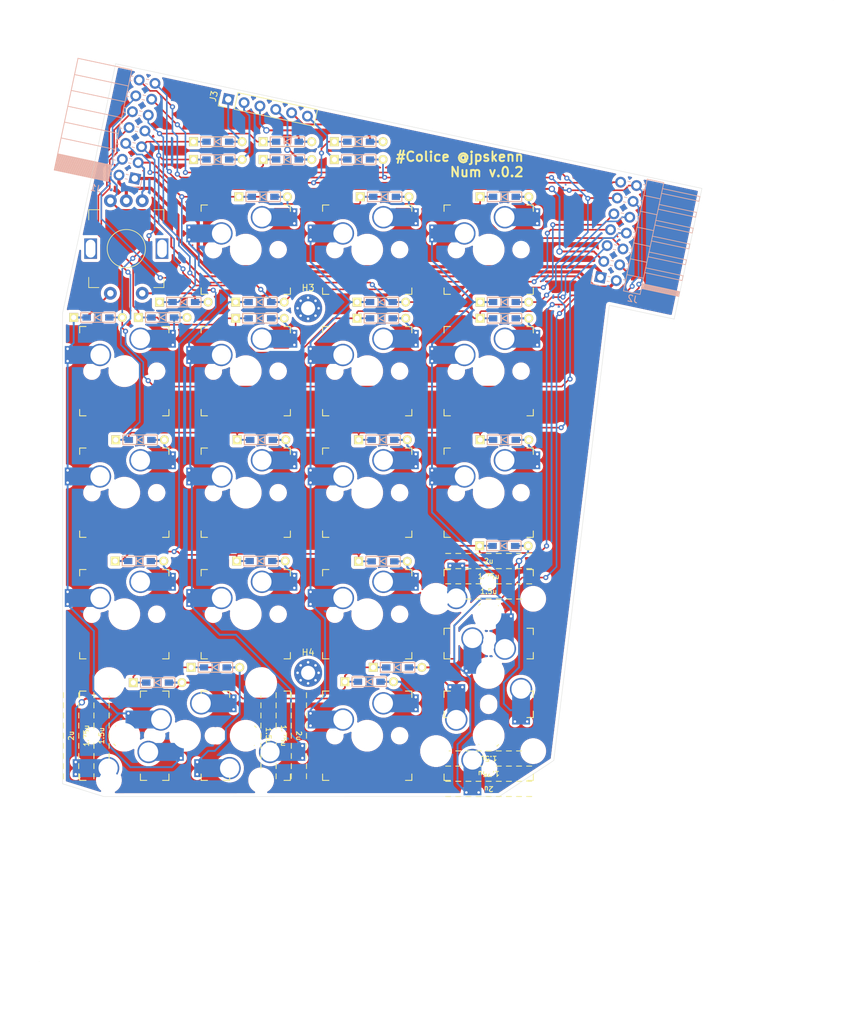
<source format=kicad_pcb>
(kicad_pcb (version 20171130) (host pcbnew "(5.1.5-0-10_14)")
  (layers (0 F.Cu signal) (31 B.Cu signal) (34 B.Paste user) (35 F.Paste user) (36 B.SilkS user) (37 F.SilkS user) (38 B.Mask user) (39 F.Mask user) (44 Edge.Cuts user))
  (net 0 "")
  (net 1 pin6)
  (net 2 pin7)
  (net 3 "Net-(D8-Pad2)")
  (net 4 "Net-(D9-Pad2)")
  (net 5 "Net-(D12-Pad2)")
  (net 6 pin8)
  (net 7 "Net-(D14-Pad2)")
  (net 8 pin9)
  (net 9 pin10)
  (net 10 "Net-(D2-Pad2)")
  (net 11 "Net-(D5-Pad2)")
  (net 12 "Net-(D7-Pad2)")
  (net 13 "Net-(D13-Pad2)")
  (net 14 "Net-(D3-Pad2)")
  (net 15 "Net-(D4-Pad2)")
  (net 16 "Net-(D10-Pad2)")
  (net 17 "Net-(D15-Pad2)")
  (net 18 "Net-(D16-Pad2)")
  (net 19 pin1)
  (net 20 pin2)
  (net 21 "Net-(D11-Pad1)")
  (net 22 pin3)
  (net 23 pin4)
  (net 24 "Net-(D18-Pad2)")
  (net 25 "Net-(D19-Pad2)")
  (net 26 "Net-(D20-Pad2)")
  (net 27 "Net-(D21-Pad2)")
  (net 28 VCC_source)
  (net 29 GND_source)
  (net 30 pin5)
  (net 31 "Net-(D22-Pad2)")
  (net 32 "Net-(D23-Pad2)")
  (net 33 encS1)
  (net 34 encS2)
  (net 35 data-encA)
  (net 36 extra-encB)
  (net 37 "Net-(D6-Pad1)")
  (net 38 "Net-(D17-Pad1)")
  (net 39 5way_common)
  (net 40 5way_1)
  (net 41 5way_2)
  (net 42 5way_3)
  (net 43 5way_4)
  (net 44 5way_5)
  (module Connector_PinSocket_2.54mm:PinSocket_2x07_P2.54mm_Horizontal (layer B.Cu) (at 73.08596 43.6118 348)
    (fp_text reference J1 (at -5.65 2.77 168) (layer B.SilkS) (effects (justify mirror)))
    (fp_text value Conn_02x07_Odd_Even)
    (pad 1 thru_hole rect (at 0 0 348) (size 1.7 1.7) (drill 1) (layers *.Cu *.Mask) (net 28 VCC_source))
    (pad 2 thru_hole oval (at -2.54 0 348) (size 1.7 1.7) (drill 1) (layers *.Cu *.Mask) (net 29 GND_source))
    (pad 3 thru_hole oval (at 0 -2.54 348) (size 1.7 1.7) (drill 1) (layers *.Cu *.Mask) (net 35 data-encA))
    (pad 4 thru_hole oval (at -2.54 -2.54 348) (size 1.7 1.7) (drill 1) (layers *.Cu *.Mask) (net 36 extra-encB))
    (pad 5 thru_hole oval (at 0 -5.08 348) (size 1.7 1.7) (drill 1) (layers *.Cu *.Mask) (net 19 pin1))
    (pad 6 thru_hole oval (at -2.54 -5.08 348) (size 1.7 1.7) (drill 1) (layers *.Cu *.Mask) (net 1 pin6))
    (pad 7 thru_hole oval (at 0 -7.62 348) (size 1.7 1.7) (drill 1) (layers *.Cu *.Mask) (net 20 pin2))
    (pad 8 thru_hole oval (at -2.54 -7.62 348) (size 1.7 1.7) (drill 1) (layers *.Cu *.Mask) (net 2 pin7))
    (pad 9 thru_hole oval (at 0 -10.16 348) (size 1.7 1.7) (drill 1) (layers *.Cu *.Mask) (net 22 pin3))
    (pad 10 thru_hole oval (at -2.54 -10.16 348) (size 1.7 1.7) (drill 1) (layers *.Cu *.Mask) (net 6 pin8))
    (pad 11 thru_hole oval (at 0 -12.7 348) (size 1.7 1.7) (drill 1) (layers *.Cu *.Mask) (net 23 pin4))
    (pad 12 thru_hole oval (at -2.54 -12.7 348) (size 1.7 1.7) (drill 1) (layers *.Cu *.Mask) (net 8 pin9))
    (pad 13 thru_hole oval (at 0 -15.24 348) (size 1.7 1.7) (drill 1) (layers *.Cu *.Mask) (net 30 pin5))
    (pad 14 thru_hole oval (at -2.54 -15.24 348) (size 1.7 1.7) (drill 1) (layers *.Cu *.Mask) (net 9 pin10))
  )
  (module SMK_SU120:D3_TH_SMD (layer F.Cu) (at 85.725 120.25363)
    (fp_text reference D22 hide)
    (fp_text value D hide)
    (pad 1 smd rect (at -1.775 0) (size 1.3 0.95) (layers F.Cu F.Paste F.Mask) (net 9 pin10))
    (pad 2 smd rect (at 1.775 0) (size 1.3 0.95) (layers B.Cu B.Paste B.Mask) (net 31 "Net-(D22-Pad2)"))
    (pad 1 smd rect (at -1.775 0) (size 1.3 0.95) (layers B.Cu B.Paste B.Mask) (net 9 pin10))
    (pad 1 thru_hole rect (at -3.81 0) (size 1.397 1.397) (drill 0.8128) (layers *.Cu *.Mask F.SilkS) (net 9 pin10))
    (pad 2 thru_hole circle (at 3.81 0) (size 1.397 1.397) (drill 0.8128) (layers *.Cu *.Mask F.SilkS) (net 31 "Net-(D22-Pad2)"))
    (pad 2 smd rect (at 1.775 0) (size 1.3 0.95) (layers F.Cu F.Paste F.Mask) (net 31 "Net-(D22-Pad2)"))
  )
  (module SMK_foostan:CherryMX_Hotswap_v2 (layer F.Cu) (at 109.5375 111.91922)
    (fp_text reference SW12)
    (fp_text value SW_Push)
    (pad 2 smd rect (at 5.842 -5.08) (size 4.5 2.8) (layers B.Cu) (net 17 "Net-(D15-Pad2)"))
    (pad 1 smd rect (at -7.085 -2.54) (size 4.5 2.8) (layers B.Cu) (net 21 "Net-(D11-Pad1)"))
    (pad 2 thru_hole circle (at 7.62 -4.118) (size 0.8 0.8) (drill 0.4) (layers *.Cu) (net 17 "Net-(D15-Pad2)"))
    (pad 1 thru_hole circle (at -8.89 -1.578) (size 0.8 0.8) (drill 0.4) (layers *.Cu) (net 21 "Net-(D11-Pad1)"))
    (pad 2 thru_hole circle (at 7.62 -6.042) (size 0.8 0.8) (drill 0.4) (layers *.Cu) (net 17 "Net-(D15-Pad2)"))
    (pad 1 thru_hole circle (at -8.89 -3.502) (size 0.8 0.8) (drill 0.4) (layers *.Cu) (net 21 "Net-(D11-Pad1)"))
    (pad 2 smd rect (at 5.815 -5.08) (size 2.55 2.8) (layers B.Cu B.Paste B.Mask) (net 17 "Net-(D15-Pad2)"))
    (pad 1 smd rect (at -7.085 -2.54) (size 2.55 2.8) (layers B.Cu B.Paste B.Mask) (net 21 "Net-(D11-Pad1)"))
    (pad "" np_thru_hole circle (at 5.08 0 48.0996) (size 1.75 1.75) (drill 1.75) (layers *.Cu *.Mask))
    (pad "" np_thru_hole circle (at -5.08 0 48.0996) (size 1.75 1.75) (drill 1.75) (layers *.Cu *.Mask))
    (pad 1 thru_hole circle (at -3.81 -2.54) (size 3.5 3.5) (drill 3) (layers *.Cu) (net 21 "Net-(D11-Pad1)"))
    (pad "" np_thru_hole circle (at 0 0) (size 3.9878 3.9878) (drill 3.9878) (layers *.Cu *.Mask))
    (pad 2 thru_hole circle (at 2.54 -5.08) (size 3.5 3.5) (drill 3) (layers *.Cu) (net 17 "Net-(D15-Pad2)"))
  )
  (module SMK_SU120:D3_TH_SMD (layer F.Cu) (at 130.96875 101.20355)
    (fp_text reference D21 hide)
    (fp_text value D hide)
    (pad 2 smd rect (at 1.775 0) (size 1.3 0.95) (layers F.Cu F.Paste F.Mask) (net 27 "Net-(D21-Pad2)"))
    (pad 2 thru_hole circle (at 3.81 0) (size 1.397 1.397) (drill 0.8128) (layers *.Cu *.Mask F.SilkS) (net 27 "Net-(D21-Pad2)"))
    (pad 1 thru_hole rect (at -3.81 0) (size 1.397 1.397) (drill 0.8128) (layers *.Cu *.Mask F.SilkS) (net 8 pin9))
    (pad 1 smd rect (at -1.775 0) (size 1.3 0.95) (layers B.Cu B.Paste B.Mask) (net 8 pin9))
    (pad 2 smd rect (at 1.775 0) (size 1.3 0.95) (layers B.Cu B.Paste B.Mask) (net 27 "Net-(D21-Pad2)"))
    (pad 1 smd rect (at -1.775 0) (size 1.3 0.95) (layers F.Cu F.Paste F.Mask) (net 8 pin9))
  )
  (module SMK_foostan:CherryMX_Hotswap_v2 (layer F.Cu) (at 109.5375 54.76898)
    (fp_text reference SW9)
    (fp_text value SW_Push)
    (pad 2 thru_hole circle (at 2.54 -5.08) (size 3.5 3.5) (drill 3) (layers *.Cu) (net 5 "Net-(D12-Pad2)"))
    (pad "" np_thru_hole circle (at 0 0) (size 3.9878 3.9878) (drill 3.9878) (layers *.Cu *.Mask))
    (pad 1 thru_hole circle (at -3.81 -2.54) (size 3.5 3.5) (drill 3) (layers *.Cu) (net 21 "Net-(D11-Pad1)"))
    (pad "" np_thru_hole circle (at -5.08 0 48.0996) (size 1.75 1.75) (drill 1.75) (layers *.Cu *.Mask))
    (pad "" np_thru_hole circle (at 5.08 0 48.0996) (size 1.75 1.75) (drill 1.75) (layers *.Cu *.Mask))
    (pad 1 smd rect (at -7.085 -2.54) (size 2.55 2.8) (layers B.Cu B.Paste B.Mask) (net 21 "Net-(D11-Pad1)"))
    (pad 2 smd rect (at 5.815 -5.08) (size 2.55 2.8) (layers B.Cu B.Paste B.Mask) (net 5 "Net-(D12-Pad2)"))
    (pad 1 thru_hole circle (at -8.89 -3.502) (size 0.8 0.8) (drill 0.4) (layers *.Cu) (net 21 "Net-(D11-Pad1)"))
    (pad 2 thru_hole circle (at 7.62 -6.042) (size 0.8 0.8) (drill 0.4) (layers *.Cu) (net 5 "Net-(D12-Pad2)"))
    (pad 1 thru_hole circle (at -8.89 -1.578) (size 0.8 0.8) (drill 0.4) (layers *.Cu) (net 21 "Net-(D11-Pad1)"))
    (pad 2 thru_hole circle (at 7.62 -4.118) (size 0.8 0.8) (drill 0.4) (layers *.Cu) (net 5 "Net-(D12-Pad2)"))
    (pad 1 smd rect (at -7.085 -2.54) (size 4.5 2.8) (layers B.Cu) (net 21 "Net-(D11-Pad1)"))
    (pad 2 smd rect (at 5.842 -5.08) (size 4.5 2.8) (layers B.Cu) (net 5 "Net-(D12-Pad2)"))
  )
  (module SMK_foostan:CherryMX_Hotswap_v2 (layer F.Cu) (at 109.5375 73.81906)
    (fp_text reference SW10)
    (fp_text value SW_Push)
    (pad 2 thru_hole circle (at 2.54 -5.08) (size 3.5 3.5) (drill 3) (layers *.Cu) (net 13 "Net-(D13-Pad2)"))
    (pad "" np_thru_hole circle (at 0 0) (size 3.9878 3.9878) (drill 3.9878) (layers *.Cu *.Mask))
    (pad 1 thru_hole circle (at -3.81 -2.54) (size 3.5 3.5) (drill 3) (layers *.Cu) (net 21 "Net-(D11-Pad1)"))
    (pad "" np_thru_hole circle (at -5.08 0 48.0996) (size 1.75 1.75) (drill 1.75) (layers *.Cu *.Mask))
    (pad "" np_thru_hole circle (at 5.08 0 48.0996) (size 1.75 1.75) (drill 1.75) (layers *.Cu *.Mask))
    (pad 1 smd rect (at -7.085 -2.54) (size 2.55 2.8) (layers B.Cu B.Paste B.Mask) (net 21 "Net-(D11-Pad1)"))
    (pad 2 smd rect (at 5.815 -5.08) (size 2.55 2.8) (layers B.Cu B.Paste B.Mask) (net 13 "Net-(D13-Pad2)"))
    (pad 1 thru_hole circle (at -8.89 -3.502) (size 0.8 0.8) (drill 0.4) (layers *.Cu) (net 21 "Net-(D11-Pad1)"))
    (pad 2 thru_hole circle (at 7.62 -6.042) (size 0.8 0.8) (drill 0.4) (layers *.Cu) (net 13 "Net-(D13-Pad2)"))
    (pad 1 thru_hole circle (at -8.89 -1.578) (size 0.8 0.8) (drill 0.4) (layers *.Cu) (net 21 "Net-(D11-Pad1)"))
    (pad 2 thru_hole circle (at 7.62 -4.118) (size 0.8 0.8) (drill 0.4) (layers *.Cu) (net 13 "Net-(D13-Pad2)"))
    (pad 1 smd rect (at -7.085 -2.54) (size 4.5 2.8) (layers B.Cu) (net 21 "Net-(D11-Pad1)"))
    (pad 2 smd rect (at 5.842 -5.08) (size 4.5 2.8) (layers B.Cu) (net 13 "Net-(D13-Pad2)"))
  )
  (module SMK_foostan:CherryMX_Hotswap_v2 (layer F.Cu) (at 109.5375 92.86914)
    (fp_text reference SW11)
    (fp_text value SW_Push)
    (pad 2 thru_hole circle (at 2.54 -5.08) (size 3.5 3.5) (drill 3) (layers *.Cu) (net 7 "Net-(D14-Pad2)"))
    (pad "" np_thru_hole circle (at 0 0) (size 3.9878 3.9878) (drill 3.9878) (layers *.Cu *.Mask))
    (pad 1 thru_hole circle (at -3.81 -2.54) (size 3.5 3.5) (drill 3) (layers *.Cu) (net 21 "Net-(D11-Pad1)"))
    (pad "" np_thru_hole circle (at -5.08 0 48.0996) (size 1.75 1.75) (drill 1.75) (layers *.Cu *.Mask))
    (pad "" np_thru_hole circle (at 5.08 0 48.0996) (size 1.75 1.75) (drill 1.75) (layers *.Cu *.Mask))
    (pad 1 smd rect (at -7.085 -2.54) (size 2.55 2.8) (layers B.Cu B.Paste B.Mask) (net 21 "Net-(D11-Pad1)"))
    (pad 2 smd rect (at 5.815 -5.08) (size 2.55 2.8) (layers B.Cu B.Paste B.Mask) (net 7 "Net-(D14-Pad2)"))
    (pad 1 thru_hole circle (at -8.89 -3.502) (size 0.8 0.8) (drill 0.4) (layers *.Cu) (net 21 "Net-(D11-Pad1)"))
    (pad 2 thru_hole circle (at 7.62 -6.042) (size 0.8 0.8) (drill 0.4) (layers *.Cu) (net 7 "Net-(D14-Pad2)"))
    (pad 1 thru_hole circle (at -8.89 -1.578) (size 0.8 0.8) (drill 0.4) (layers *.Cu) (net 21 "Net-(D11-Pad1)"))
    (pad 2 thru_hole circle (at 7.62 -4.118) (size 0.8 0.8) (drill 0.4) (layers *.Cu) (net 7 "Net-(D14-Pad2)"))
    (pad 1 smd rect (at -7.085 -2.54) (size 4.5 2.8) (layers B.Cu) (net 21 "Net-(D11-Pad1)"))
    (pad 2 smd rect (at 5.842 -5.08) (size 4.5 2.8) (layers B.Cu) (net 7 "Net-(D14-Pad2)"))
  )
  (module SMK_foostan:CherryMX_Hotswap_v2 (layer F.Cu) (at 128.5875 121.12353 270)
    (fp_text reference SW17)
    (fp_text value SW_Push)
    (pad 2 thru_hole circle (at 2.54 -5.08 270) (size 3.5 3.5) (drill 3) (layers *.Cu) (net 27 "Net-(D21-Pad2)"))
    (pad "" np_thru_hole circle (at 0 0 270) (size 3.9878 3.9878) (drill 3.9878) (layers *.Cu *.Mask))
    (pad 1 thru_hole circle (at -3.81 -2.54 270) (size 3.5 3.5) (drill 3) (layers *.Cu) (net 38 "Net-(D17-Pad1)"))
    (pad "" np_thru_hole circle (at -5.08 0 318.0996) (size 1.75 1.75) (drill 1.75) (layers *.Cu *.Mask))
    (pad "" np_thru_hole circle (at 5.08 0 318.0996) (size 1.75 1.75) (drill 1.75) (layers *.Cu *.Mask))
    (pad 1 smd rect (at -7.085 -2.54 270) (size 2.55 2.8) (layers B.Cu B.Paste B.Mask) (net 38 "Net-(D17-Pad1)"))
    (pad 2 smd rect (at 5.815 -5.08 270) (size 2.55 2.8) (layers B.Cu B.Paste B.Mask) (net 27 "Net-(D21-Pad2)"))
    (pad 1 thru_hole circle (at -8.89 -3.502 270) (size 0.8 0.8) (drill 0.4) (layers *.Cu) (net 38 "Net-(D17-Pad1)"))
    (pad 2 thru_hole circle (at 7.62 -6.042 270) (size 0.8 0.8) (drill 0.4) (layers *.Cu) (net 27 "Net-(D21-Pad2)"))
    (pad 1 thru_hole circle (at -8.89 -1.578 270) (size 0.8 0.8) (drill 0.4) (layers *.Cu) (net 38 "Net-(D17-Pad1)"))
    (pad 2 thru_hole circle (at 7.62 -4.118 270) (size 0.8 0.8) (drill 0.4) (layers *.Cu) (net 27 "Net-(D21-Pad2)"))
    (pad 1 smd rect (at -7.085 -2.54 270) (size 4.5 2.8) (layers B.Cu) (net 38 "Net-(D17-Pad1)"))
    (pad 2 smd rect (at 5.842 -5.08 270) (size 4.5 2.8) (layers B.Cu) (net 27 "Net-(D21-Pad2)"))
  )
  (module SMK_SU120:D3_TH_SMD (layer F.Cu) (at 92.86875 103.58481)
    (fp_text reference D10 hide)
    (fp_text value D hide)
    (pad 2 smd rect (at 1.775 0) (size 1.3 0.95) (layers F.Cu F.Paste F.Mask) (net 16 "Net-(D10-Pad2)"))
    (pad 2 thru_hole circle (at 3.81 0) (size 1.397 1.397) (drill 0.8128) (layers *.Cu *.Mask F.SilkS) (net 16 "Net-(D10-Pad2)"))
    (pad 1 thru_hole rect (at -3.81 0) (size 1.397 1.397) (drill 0.8128) (layers *.Cu *.Mask F.SilkS) (net 8 pin9))
    (pad 1 smd rect (at -1.775 0) (size 1.3 0.95) (layers B.Cu B.Paste B.Mask) (net 8 pin9))
    (pad 2 smd rect (at 1.775 0) (size 1.3 0.95) (layers B.Cu B.Paste B.Mask) (net 16 "Net-(D10-Pad2)"))
    (pad 1 smd rect (at -1.775 0) (size 1.3 0.95) (layers F.Cu F.Paste F.Mask) (net 8 pin9))
  )
  (module SMK_SU120:D3_TH_SMD (layer F.Cu) (at 112.268 46.482)
    (fp_text reference D12 hide)
    (fp_text value D hide)
    (pad 2 smd rect (at 1.775 0) (size 1.3 0.95) (layers F.Cu F.Paste F.Mask) (net 5 "Net-(D12-Pad2)"))
    (pad 2 thru_hole circle (at 3.81 0) (size 1.397 1.397) (drill 0.8128) (layers *.Cu *.Mask F.SilkS) (net 5 "Net-(D12-Pad2)"))
    (pad 1 thru_hole rect (at -3.81 0) (size 1.397 1.397) (drill 0.8128) (layers *.Cu *.Mask F.SilkS) (net 1 pin6))
    (pad 1 smd rect (at -1.775 0) (size 1.3 0.95) (layers B.Cu B.Paste B.Mask) (net 1 pin6))
    (pad 2 smd rect (at 1.775 0) (size 1.3 0.95) (layers B.Cu B.Paste B.Mask) (net 5 "Net-(D12-Pad2)"))
    (pad 1 smd rect (at -1.775 0) (size 1.3 0.95) (layers F.Cu F.Paste F.Mask) (net 1 pin6))
  )
  (module SMK_SU120:D3_TH_SMD (layer F.Cu) (at 111.76 65.532)
    (fp_text reference D13 hide)
    (fp_text value D hide)
    (pad 2 smd rect (at 1.775 0) (size 1.3 0.95) (layers F.Cu F.Paste F.Mask) (net 13 "Net-(D13-Pad2)"))
    (pad 2 thru_hole circle (at 3.81 0) (size 1.397 1.397) (drill 0.8128) (layers *.Cu *.Mask F.SilkS) (net 13 "Net-(D13-Pad2)"))
    (pad 1 thru_hole rect (at -3.81 0) (size 1.397 1.397) (drill 0.8128) (layers *.Cu *.Mask F.SilkS) (net 2 pin7))
    (pad 1 smd rect (at -1.775 0) (size 1.3 0.95) (layers B.Cu B.Paste B.Mask) (net 2 pin7))
    (pad 2 smd rect (at 1.775 0) (size 1.3 0.95) (layers B.Cu B.Paste B.Mask) (net 13 "Net-(D13-Pad2)"))
    (pad 1 smd rect (at -1.775 0) (size 1.3 0.95) (layers F.Cu F.Paste F.Mask) (net 2 pin7))
  )
  (module SMK_foostan:CherryMX_Hotswap_v2 (layer F.Cu) (at 109.5375 130.9693)
    (fp_text reference SW13)
    (fp_text value SW_Push)
    (pad 2 smd rect (at 5.842 -5.08) (size 4.5 2.8) (layers B.Cu) (net 18 "Net-(D16-Pad2)"))
    (pad 1 smd rect (at -7.085 -2.54) (size 4.5 2.8) (layers B.Cu) (net 21 "Net-(D11-Pad1)"))
    (pad 2 thru_hole circle (at 7.62 -4.118) (size 0.8 0.8) (drill 0.4) (layers *.Cu) (net 18 "Net-(D16-Pad2)"))
    (pad 1 thru_hole circle (at -8.89 -1.578) (size 0.8 0.8) (drill 0.4) (layers *.Cu) (net 21 "Net-(D11-Pad1)"))
    (pad 2 thru_hole circle (at 7.62 -6.042) (size 0.8 0.8) (drill 0.4) (layers *.Cu) (net 18 "Net-(D16-Pad2)"))
    (pad 1 thru_hole circle (at -8.89 -3.502) (size 0.8 0.8) (drill 0.4) (layers *.Cu) (net 21 "Net-(D11-Pad1)"))
    (pad 2 smd rect (at 5.815 -5.08) (size 2.55 2.8) (layers B.Cu B.Paste B.Mask) (net 18 "Net-(D16-Pad2)"))
    (pad 1 smd rect (at -7.085 -2.54) (size 2.55 2.8) (layers B.Cu B.Paste B.Mask) (net 21 "Net-(D11-Pad1)"))
    (pad "" np_thru_hole circle (at 5.08 0 48.0996) (size 1.75 1.75) (drill 1.75) (layers *.Cu *.Mask))
    (pad "" np_thru_hole circle (at -5.08 0 48.0996) (size 1.75 1.75) (drill 1.75) (layers *.Cu *.Mask))
    (pad 1 thru_hole circle (at -3.81 -2.54) (size 3.5 3.5) (drill 3) (layers *.Cu) (net 21 "Net-(D11-Pad1)"))
    (pad "" np_thru_hole circle (at 0 0) (size 3.9878 3.9878) (drill 3.9878) (layers *.Cu *.Mask))
    (pad 2 thru_hole circle (at 2.54 -5.08) (size 3.5 3.5) (drill 3) (layers *.Cu) (net 18 "Net-(D16-Pad2)"))
  )
  (module SMK_SU120:D3_TH_SMD (layer F.Cu) (at 109.855 122.5042)
    (fp_text reference D16 hide)
    (fp_text value D hide)
    (pad 2 smd rect (at 1.775 0) (size 1.3 0.95) (layers F.Cu F.Paste F.Mask) (net 18 "Net-(D16-Pad2)"))
    (pad 2 thru_hole circle (at 3.81 0) (size 1.397 1.397) (drill 0.8128) (layers *.Cu *.Mask F.SilkS) (net 18 "Net-(D16-Pad2)"))
    (pad 1 thru_hole rect (at -3.81 0) (size 1.397 1.397) (drill 0.8128) (layers *.Cu *.Mask F.SilkS) (net 9 pin10))
    (pad 1 smd rect (at -1.775 0) (size 1.3 0.95) (layers B.Cu B.Paste B.Mask) (net 9 pin10))
    (pad 2 smd rect (at 1.775 0) (size 1.3 0.95) (layers B.Cu B.Paste B.Mask) (net 18 "Net-(D16-Pad2)"))
    (pad 1 smd rect (at -1.775 0) (size 1.3 0.95) (layers F.Cu F.Paste F.Mask) (net 9 pin10))
  )
  (module SMK_SU120:CherryMX_MidHeight_Choc_Hotswap_2U_Outline (layer F.Cu) (at 128.5875 121.44426 270)
    (fp_text reference H2 hide)
    (fp_text value MountingHole hide)
    (fp_text user 2u (at -17.859375 0 unlocked) (layer F.SilkS) (effects (font (size 0.8 0.8))))
    (fp_text user 1.75u (at -15.478125 0 unlocked) (layer F.SilkS) (effects (font (size 0.8 0.8))))
    (fp_text user 1.5u (at -13.096875 0 unlocked) (layer F.SilkS) (effects (font (size 0.8 0.8))))
    (fp_text user 1.25u (at -10.715625 0 unlocked) (layer F.SilkS) (effects (font (size 0.8 0.8))))
    (fp_text user 2u (at 17.859375 0 180 unlocked) (layer F.SilkS) (effects (font (size 0.8 0.8))))
    (fp_text user 1.5u (at 13.096875 0 180 unlocked) (layer F.SilkS) (effects (font (size 0.8 0.8))))
    (fp_text user 1.75u (at 15.478125 0 180 unlocked) (layer F.SilkS) (effects (font (size 0.8 0.8))))
    (fp_text user 1.25u (at 10.715625 0 180 unlocked) (layer F.SilkS) (effects (font (size 0.8 0.8))))
    (pad "" np_thru_hole circle (at 11.938 8.255 270) (size 3.9878 3.9878) (drill 3.9878) (layers *.Cu *.Mask))
    (pad "" np_thru_hole circle (at -11.938 8.255 270) (size 3.9878 3.9878) (drill 3.9878) (layers *.Cu *.Mask))
    (pad "" np_thru_hole circle (at 11.938 -6.985 270) (size 3.048 3.048) (drill 3.048) (layers *.Cu *.Mask))
    (pad "" np_thru_hole circle (at -11.938 -6.985 270) (size 3.048 3.048) (drill 3.048) (layers *.Cu *.Mask))
  )
  (module SMK_SU120:MountingHole_2.2mm_M2_Pad_Via (layer F.Cu) (at 100.2655 63.9572)
    (fp_text reference H3 (at 0 -3.2) (layer F.SilkS))
    (fp_text value MountingHole)
    (pad 1 thru_hole circle (at 1.166726 -1.166726) (size 0.7 0.7) (drill 0.4) (layers *.Cu *.Mask))
    (pad 1 thru_hole circle (at 0 -1.65) (size 0.7 0.7) (drill 0.4) (layers *.Cu *.Mask))
    (pad 1 thru_hole circle (at -1.166726 -1.166726) (size 0.7 0.7) (drill 0.4) (layers *.Cu *.Mask))
    (pad 1 thru_hole circle (at -1.65 0) (size 0.7 0.7) (drill 0.4) (layers *.Cu *.Mask))
    (pad 1 thru_hole circle (at -1.166726 1.166726) (size 0.7 0.7) (drill 0.4) (layers *.Cu *.Mask))
    (pad 1 thru_hole circle (at 0 1.65) (size 0.7 0.7) (drill 0.4) (layers *.Cu *.Mask))
    (pad 1 thru_hole circle (at 1.166726 1.166726) (size 0.7 0.7) (drill 0.4) (layers *.Cu *.Mask))
    (pad 1 thru_hole circle (at 1.65 0) (size 0.7 0.7) (drill 0.4) (layers *.Cu *.Mask))
    (pad 1 thru_hole circle (at 0 0) (size 4.4 4.4) (drill 2.2) (layers *.Cu *.Mask))
  )
  (module MountingHole:MountingHole_2.2mm_M2_Pad_Via (layer F.Cu) (at 100.2665 121.1072)
    (fp_text reference H4 (at 0 -3.2) (layer F.SilkS))
    (fp_text value MountingHole)
    (pad 1 thru_hole circle (at 0 0) (size 4.4 4.4) (drill 2.2) (layers *.Cu *.Mask))
    (pad 1 thru_hole circle (at 1.65 0) (size 0.7 0.7) (drill 0.4) (layers *.Cu *.Mask))
    (pad 1 thru_hole circle (at 1.166726 1.166726) (size 0.7 0.7) (drill 0.4) (layers *.Cu *.Mask))
    (pad 1 thru_hole circle (at 0 1.65) (size 0.7 0.7) (drill 0.4) (layers *.Cu *.Mask))
    (pad 1 thru_hole circle (at -1.166726 1.166726) (size 0.7 0.7) (drill 0.4) (layers *.Cu *.Mask))
    (pad 1 thru_hole circle (at -1.65 0) (size 0.7 0.7) (drill 0.4) (layers *.Cu *.Mask))
    (pad 1 thru_hole circle (at -1.166726 -1.166726) (size 0.7 0.7) (drill 0.4) (layers *.Cu *.Mask))
    (pad 1 thru_hole circle (at 0 -1.65) (size 0.7 0.7) (drill 0.4) (layers *.Cu *.Mask))
    (pad 1 thru_hole circle (at 1.166726 -1.166726) (size 0.7 0.7) (drill 0.4) (layers *.Cu *.Mask))
  )
  (module SMK_SU120:D3_TH_SMD (layer F.Cu) (at 67.31 65.405)
    (fp_text reference D1 hide)
    (fp_text value D hide)
    (pad 1 smd rect (at -1.775 0) (size 1.3 0.95) (layers F.Cu F.Paste F.Mask) (net 33 encS1))
    (pad 2 smd rect (at 1.775 0) (size 1.3 0.95) (layers B.Cu B.Paste B.Mask) (net 19 pin1))
    (pad 1 smd rect (at -1.775 0) (size 1.3 0.95) (layers B.Cu B.Paste B.Mask) (net 33 encS1))
    (pad 1 thru_hole rect (at -3.81 0) (size 1.397 1.397) (drill 0.8128) (layers *.Cu *.Mask F.SilkS) (net 33 encS1))
    (pad 2 thru_hole circle (at 3.81 0) (size 1.397 1.397) (drill 0.8128) (layers *.Cu *.Mask F.SilkS) (net 19 pin1))
    (pad 2 smd rect (at 1.775 0) (size 1.3 0.95) (layers F.Cu F.Paste F.Mask) (net 19 pin1))
  )
  (module SMK_SU120:D3_TH_SMD (layer F.Cu) (at 77.47 65.405)
    (fp_text reference D2 hide)
    (fp_text value D hide)
    (pad 2 smd rect (at 1.775 0) (size 1.3 0.95) (layers F.Cu F.Paste F.Mask) (net 10 "Net-(D2-Pad2)"))
    (pad 2 thru_hole circle (at 3.81 0) (size 1.397 1.397) (drill 0.8128) (layers *.Cu *.Mask F.SilkS) (net 10 "Net-(D2-Pad2)"))
    (pad 1 thru_hole rect (at -3.81 0) (size 1.397 1.397) (drill 0.8128) (layers *.Cu *.Mask F.SilkS) (net 2 pin7))
    (pad 1 smd rect (at -1.775 0) (size 1.3 0.95) (layers B.Cu B.Paste B.Mask) (net 2 pin7))
    (pad 2 smd rect (at 1.775 0) (size 1.3 0.95) (layers B.Cu B.Paste B.Mask) (net 10 "Net-(D2-Pad2)"))
    (pad 1 smd rect (at -1.775 0) (size 1.3 0.95) (layers F.Cu F.Paste F.Mask) (net 2 pin7))
  )
  (module SMK_SU120:D3_TH_SMD (layer F.Cu) (at 73.914 84.582)
    (fp_text reference D3 hide)
    (fp_text value D hide)
    (pad 1 smd rect (at -1.775 0) (size 1.3 0.95) (layers F.Cu F.Paste F.Mask) (net 6 pin8))
    (pad 2 smd rect (at 1.775 0) (size 1.3 0.95) (layers B.Cu B.Paste B.Mask) (net 14 "Net-(D3-Pad2)"))
    (pad 1 smd rect (at -1.775 0) (size 1.3 0.95) (layers B.Cu B.Paste B.Mask) (net 6 pin8))
    (pad 1 thru_hole rect (at -3.81 0) (size 1.397 1.397) (drill 0.8128) (layers *.Cu *.Mask F.SilkS) (net 6 pin8))
    (pad 2 thru_hole circle (at 3.81 0) (size 1.397 1.397) (drill 0.8128) (layers *.Cu *.Mask F.SilkS) (net 14 "Net-(D3-Pad2)"))
    (pad 2 smd rect (at 1.775 0) (size 1.3 0.95) (layers F.Cu F.Paste F.Mask) (net 14 "Net-(D3-Pad2)"))
  )
  (module SMK_SU120:D3_TH_SMD (layer F.Cu) (at 73.81875 103.58481)
    (fp_text reference D4 hide)
    (fp_text value D hide)
    (pad 1 smd rect (at -1.775 0) (size 1.3 0.95) (layers F.Cu F.Paste F.Mask) (net 8 pin9))
    (pad 2 smd rect (at 1.775 0) (size 1.3 0.95) (layers B.Cu B.Paste B.Mask) (net 15 "Net-(D4-Pad2)"))
    (pad 1 smd rect (at -1.775 0) (size 1.3 0.95) (layers B.Cu B.Paste B.Mask) (net 8 pin9))
    (pad 1 thru_hole rect (at -3.81 0) (size 1.397 1.397) (drill 0.8128) (layers *.Cu *.Mask F.SilkS) (net 8 pin9))
    (pad 2 thru_hole circle (at 3.81 0) (size 1.397 1.397) (drill 0.8128) (layers *.Cu *.Mask F.SilkS) (net 15 "Net-(D4-Pad2)"))
    (pad 2 smd rect (at 1.775 0) (size 1.3 0.95) (layers F.Cu F.Paste F.Mask) (net 15 "Net-(D4-Pad2)"))
  )
  (module SMK_SU120:D3_TH_SMD (layer F.Cu) (at 76.666601 122.640115)
    (fp_text reference D5 hide)
    (fp_text value D hide)
    (pad 2 smd rect (at 1.775 0) (size 1.3 0.95) (layers F.Cu F.Paste F.Mask) (net 11 "Net-(D5-Pad2)"))
    (pad 2 thru_hole circle (at 3.81 0) (size 1.397 1.397) (drill 0.8128) (layers *.Cu *.Mask F.SilkS) (net 11 "Net-(D5-Pad2)"))
    (pad 1 thru_hole rect (at -3.81 0) (size 1.397 1.397) (drill 0.8128) (layers *.Cu *.Mask F.SilkS) (net 9 pin10))
    (pad 1 smd rect (at -1.775 0) (size 1.3 0.95) (layers B.Cu B.Paste B.Mask) (net 9 pin10))
    (pad 2 smd rect (at 1.775 0) (size 1.3 0.95) (layers B.Cu B.Paste B.Mask) (net 11 "Net-(D5-Pad2)"))
    (pad 1 smd rect (at -1.775 0) (size 1.3 0.95) (layers F.Cu F.Paste F.Mask) (net 9 pin10))
  )
  (module SMK_SU120:D3_TH_SMD (layer F.Cu) (at 92.71 62.992)
    (fp_text reference D6 hide)
    (fp_text value D hide)
    (pad 1 smd rect (at -1.775 0) (size 1.3 0.95) (layers F.Cu F.Paste F.Mask) (net 37 "Net-(D6-Pad1)"))
    (pad 2 smd rect (at 1.775 0) (size 1.3 0.95) (layers B.Cu B.Paste B.Mask) (net 20 pin2))
    (pad 1 smd rect (at -1.775 0) (size 1.3 0.95) (layers B.Cu B.Paste B.Mask) (net 37 "Net-(D6-Pad1)"))
    (pad 1 thru_hole rect (at -3.81 0) (size 1.397 1.397) (drill 0.8128) (layers *.Cu *.Mask F.SilkS) (net 37 "Net-(D6-Pad1)"))
    (pad 2 thru_hole circle (at 3.81 0) (size 1.397 1.397) (drill 0.8128) (layers *.Cu *.Mask F.SilkS) (net 20 pin2))
    (pad 2 smd rect (at 1.775 0) (size 1.3 0.95) (layers F.Cu F.Paste F.Mask) (net 20 pin2))
  )
  (module SMK_SU120:D3_TH_SMD (layer F.Cu) (at 93.218 46.482)
    (fp_text reference D7 hide)
    (fp_text value D hide)
    (pad 2 smd rect (at 1.775 0) (size 1.3 0.95) (layers F.Cu F.Paste F.Mask) (net 12 "Net-(D7-Pad2)"))
    (pad 2 thru_hole circle (at 3.81 0) (size 1.397 1.397) (drill 0.8128) (layers *.Cu *.Mask F.SilkS) (net 12 "Net-(D7-Pad2)"))
    (pad 1 thru_hole rect (at -3.81 0) (size 1.397 1.397) (drill 0.8128) (layers *.Cu *.Mask F.SilkS) (net 1 pin6))
    (pad 1 smd rect (at -1.775 0) (size 1.3 0.95) (layers B.Cu B.Paste B.Mask) (net 1 pin6))
    (pad 2 smd rect (at 1.775 0) (size 1.3 0.95) (layers B.Cu B.Paste B.Mask) (net 12 "Net-(D7-Pad2)"))
    (pad 1 smd rect (at -1.775 0) (size 1.3 0.95) (layers F.Cu F.Paste F.Mask) (net 1 pin6))
  )
  (module SMK_SU120:D3_TH_SMD (layer F.Cu) (at 92.71 65.532)
    (fp_text reference D8 hide)
    (fp_text value D hide)
    (pad 1 smd rect (at -1.775 0) (size 1.3 0.95) (layers F.Cu F.Paste F.Mask) (net 2 pin7))
    (pad 2 smd rect (at 1.775 0) (size 1.3 0.95) (layers B.Cu B.Paste B.Mask) (net 3 "Net-(D8-Pad2)"))
    (pad 1 smd rect (at -1.775 0) (size 1.3 0.95) (layers B.Cu B.Paste B.Mask) (net 2 pin7))
    (pad 1 thru_hole rect (at -3.81 0) (size 1.397 1.397) (drill 0.8128) (layers *.Cu *.Mask F.SilkS) (net 2 pin7))
    (pad 2 thru_hole circle (at 3.81 0) (size 1.397 1.397) (drill 0.8128) (layers *.Cu *.Mask F.SilkS) (net 3 "Net-(D8-Pad2)"))
    (pad 2 smd rect (at 1.775 0) (size 1.3 0.95) (layers F.Cu F.Paste F.Mask) (net 3 "Net-(D8-Pad2)"))
  )
  (module SMK_SU120:D3_TH_SMD (layer F.Cu) (at 92.964 84.582)
    (fp_text reference D9 hide)
    (fp_text value D hide)
    (pad 1 smd rect (at -1.775 0) (size 1.3 0.95) (layers F.Cu F.Paste F.Mask) (net 6 pin8))
    (pad 2 smd rect (at 1.775 0) (size 1.3 0.95) (layers B.Cu B.Paste B.Mask) (net 4 "Net-(D9-Pad2)"))
    (pad 1 smd rect (at -1.775 0) (size 1.3 0.95) (layers B.Cu B.Paste B.Mask) (net 6 pin8))
    (pad 1 thru_hole rect (at -3.81 0) (size 1.397 1.397) (drill 0.8128) (layers *.Cu *.Mask F.SilkS) (net 6 pin8))
    (pad 2 thru_hole circle (at 3.81 0) (size 1.397 1.397) (drill 0.8128) (layers *.Cu *.Mask F.SilkS) (net 4 "Net-(D9-Pad2)"))
    (pad 2 smd rect (at 1.775 0) (size 1.3 0.95) (layers F.Cu F.Paste F.Mask) (net 4 "Net-(D9-Pad2)"))
  )
  (module SMK_SU120:D3_TH_SMD (layer F.Cu) (at 111.76 62.992)
    (fp_text reference D11 hide)
    (fp_text value D hide)
    (pad 1 smd rect (at -1.775 0) (size 1.3 0.95) (layers F.Cu F.Paste F.Mask) (net 21 "Net-(D11-Pad1)"))
    (pad 2 smd rect (at 1.775 0) (size 1.3 0.95) (layers B.Cu B.Paste B.Mask) (net 22 pin3))
    (pad 1 smd rect (at -1.775 0) (size 1.3 0.95) (layers B.Cu B.Paste B.Mask) (net 21 "Net-(D11-Pad1)"))
    (pad 1 thru_hole rect (at -3.81 0) (size 1.397 1.397) (drill 0.8128) (layers *.Cu *.Mask F.SilkS) (net 21 "Net-(D11-Pad1)"))
    (pad 2 thru_hole circle (at 3.81 0) (size 1.397 1.397) (drill 0.8128) (layers *.Cu *.Mask F.SilkS) (net 22 pin3))
    (pad 2 smd rect (at 1.775 0) (size 1.3 0.95) (layers F.Cu F.Paste F.Mask) (net 22 pin3))
  )
  (module SMK_SU120:D3_TH_SMD (layer F.Cu) (at 112.014 84.582)
    (fp_text reference D14 hide)
    (fp_text value D hide)
    (pad 2 smd rect (at 1.775 0) (size 1.3 0.95) (layers F.Cu F.Paste F.Mask) (net 7 "Net-(D14-Pad2)"))
    (pad 2 thru_hole circle (at 3.81 0) (size 1.397 1.397) (drill 0.8128) (layers *.Cu *.Mask F.SilkS) (net 7 "Net-(D14-Pad2)"))
    (pad 1 thru_hole rect (at -3.81 0) (size 1.397 1.397) (drill 0.8128) (layers *.Cu *.Mask F.SilkS) (net 6 pin8))
    (pad 1 smd rect (at -1.775 0) (size 1.3 0.95) (layers B.Cu B.Paste B.Mask) (net 6 pin8))
    (pad 2 smd rect (at 1.775 0) (size 1.3 0.95) (layers B.Cu B.Paste B.Mask) (net 7 "Net-(D14-Pad2)"))
    (pad 1 smd rect (at -1.775 0) (size 1.3 0.95) (layers F.Cu F.Paste F.Mask) (net 6 pin8))
  )
  (module SMK_SU120:D3_TH_SMD (layer F.Cu) (at 112.014 103.632)
    (fp_text reference D15 hide)
    (fp_text value D hide)
    (pad 2 smd rect (at 1.775 0) (size 1.3 0.95) (layers F.Cu F.Paste F.Mask) (net 17 "Net-(D15-Pad2)"))
    (pad 2 thru_hole circle (at 3.81 0) (size 1.397 1.397) (drill 0.8128) (layers *.Cu *.Mask F.SilkS) (net 17 "Net-(D15-Pad2)"))
    (pad 1 thru_hole rect (at -3.81 0) (size 1.397 1.397) (drill 0.8128) (layers *.Cu *.Mask F.SilkS) (net 8 pin9))
    (pad 1 smd rect (at -1.775 0) (size 1.3 0.95) (layers B.Cu B.Paste B.Mask) (net 8 pin9))
    (pad 2 smd rect (at 1.775 0) (size 1.3 0.95) (layers B.Cu B.Paste B.Mask) (net 17 "Net-(D15-Pad2)"))
    (pad 1 smd rect (at -1.775 0) (size 1.3 0.95) (layers F.Cu F.Paste F.Mask) (net 8 pin9))
  )
  (module SMK_SU120:D3_TH_SMD (layer F.Cu) (at 131.064 62.992)
    (fp_text reference D17 hide)
    (fp_text value D hide)
    (pad 1 smd rect (at -1.775 0) (size 1.3 0.95) (layers F.Cu F.Paste F.Mask) (net 38 "Net-(D17-Pad1)"))
    (pad 2 smd rect (at 1.775 0) (size 1.3 0.95) (layers B.Cu B.Paste B.Mask) (net 23 pin4))
    (pad 1 smd rect (at -1.775 0) (size 1.3 0.95) (layers B.Cu B.Paste B.Mask) (net 38 "Net-(D17-Pad1)"))
    (pad 1 thru_hole rect (at -3.81 0) (size 1.397 1.397) (drill 0.8128) (layers *.Cu *.Mask F.SilkS) (net 38 "Net-(D17-Pad1)"))
    (pad 2 thru_hole circle (at 3.81 0) (size 1.397 1.397) (drill 0.8128) (layers *.Cu *.Mask F.SilkS) (net 23 pin4))
    (pad 2 smd rect (at 1.775 0) (size 1.3 0.95) (layers F.Cu F.Paste F.Mask) (net 23 pin4))
  )
  (module SMK_SU120:D3_TH_SMD (layer F.Cu) (at 131.064 46.482)
    (fp_text reference D18 hide)
    (fp_text value D hide)
    (pad 2 smd rect (at 1.775 0) (size 1.3 0.95) (layers F.Cu F.Paste F.Mask) (net 24 "Net-(D18-Pad2)"))
    (pad 2 thru_hole circle (at 3.81 0) (size 1.397 1.397) (drill 0.8128) (layers *.Cu *.Mask F.SilkS) (net 24 "Net-(D18-Pad2)"))
    (pad 1 thru_hole rect (at -3.81 0) (size 1.397 1.397) (drill 0.8128) (layers *.Cu *.Mask F.SilkS) (net 1 pin6))
    (pad 1 smd rect (at -1.775 0) (size 1.3 0.95) (layers B.Cu B.Paste B.Mask) (net 1 pin6))
    (pad 2 smd rect (at 1.775 0) (size 1.3 0.95) (layers B.Cu B.Paste B.Mask) (net 24 "Net-(D18-Pad2)"))
    (pad 1 smd rect (at -1.775 0) (size 1.3 0.95) (layers F.Cu F.Paste F.Mask) (net 1 pin6))
  )
  (module SMK_SU120:D3_TH_SMD (layer F.Cu) (at 131.064 65.532)
    (fp_text reference D19 hide)
    (fp_text value D hide)
    (pad 2 smd rect (at 1.775 0) (size 1.3 0.95) (layers F.Cu F.Paste F.Mask) (net 25 "Net-(D19-Pad2)"))
    (pad 2 thru_hole circle (at 3.81 0) (size 1.397 1.397) (drill 0.8128) (layers *.Cu *.Mask F.SilkS) (net 25 "Net-(D19-Pad2)"))
    (pad 1 thru_hole rect (at -3.81 0) (size 1.397 1.397) (drill 0.8128) (layers *.Cu *.Mask F.SilkS) (net 2 pin7))
    (pad 1 smd rect (at -1.775 0) (size 1.3 0.95) (layers B.Cu B.Paste B.Mask) (net 2 pin7))
    (pad 2 smd rect (at 1.775 0) (size 1.3 0.95) (layers B.Cu B.Paste B.Mask) (net 25 "Net-(D19-Pad2)"))
    (pad 1 smd rect (at -1.775 0) (size 1.3 0.95) (layers F.Cu F.Paste F.Mask) (net 2 pin7))
  )
  (module SMK_SU120:D3_TH_SMD (layer F.Cu) (at 131.064 84.582)
    (fp_text reference D20 hide)
    (fp_text value D hide)
    (pad 2 smd rect (at 1.775 0) (size 1.3 0.95) (layers F.Cu F.Paste F.Mask) (net 26 "Net-(D20-Pad2)"))
    (pad 2 thru_hole circle (at 3.81 0) (size 1.397 1.397) (drill 0.8128) (layers *.Cu *.Mask F.SilkS) (net 26 "Net-(D20-Pad2)"))
    (pad 1 thru_hole rect (at -3.81 0) (size 1.397 1.397) (drill 0.8128) (layers *.Cu *.Mask F.SilkS) (net 6 pin8))
    (pad 1 smd rect (at -1.775 0) (size 1.3 0.95) (layers B.Cu B.Paste B.Mask) (net 6 pin8))
    (pad 2 smd rect (at 1.775 0) (size 1.3 0.95) (layers B.Cu B.Paste B.Mask) (net 26 "Net-(D20-Pad2)"))
    (pad 1 smd rect (at -1.775 0) (size 1.3 0.95) (layers F.Cu F.Paste F.Mask) (net 6 pin8))
  )
  (module SMK_SU120:CherryMX_MidHeight_Choc_Hotswap_2U_Outline (layer F.Cu) (at 80.9625 130.9693 180)
    (fp_text reference H1 hide)
    (fp_text value MountingHole hide)
    (fp_text user 1.25u (at 10.715625 0 90 unlocked) (layer F.SilkS) (effects (font (size 0.8 0.8))))
    (fp_text user 1.75u (at 15.478125 0 90 unlocked) (layer F.SilkS) (effects (font (size 0.8 0.8))))
    (fp_text user 1.5u (at 13.096875 0 90 unlocked) (layer F.SilkS) (effects (font (size 0.8 0.8))))
    (fp_text user 2u (at 17.859375 0 90 unlocked) (layer F.SilkS) (effects (font (size 0.8 0.8))))
    (fp_text user 1.25u (at -10.715625 0 270 unlocked) (layer F.SilkS) (effects (font (size 0.8 0.8))))
    (fp_text user 1.5u (at -13.096875 0 270 unlocked) (layer F.SilkS) (effects (font (size 0.8 0.8))))
    (fp_text user 1.75u (at -15.478125 0 270 unlocked) (layer F.SilkS) (effects (font (size 0.8 0.8))))
    (fp_text user 2u (at -17.859375 0 270 unlocked) (layer F.SilkS) (effects (font (size 0.8 0.8))))
    (pad "" np_thru_hole circle (at -11.938 -6.985 180) (size 3.048 3.048) (drill 3.048) (layers *.Cu *.Mask))
    (pad "" np_thru_hole circle (at 11.938 -6.985 180) (size 3.048 3.048) (drill 3.048) (layers *.Cu *.Mask))
    (pad "" np_thru_hole circle (at -11.938 8.255 180) (size 3.9878 3.9878) (drill 3.9878) (layers *.Cu *.Mask))
    (pad "" np_thru_hole circle (at 11.938 8.255 180) (size 3.9878 3.9878) (drill 3.9878) (layers *.Cu *.Mask))
  )
  (module Connector_PinHeader_2.54mm:PinHeader_2x07_P2.54mm_Horizontal (layer B.Cu) (at 146.11604 59.10072 348)
    (fp_text reference J2 (at 5.655 2.27 168) (layer B.SilkS) (effects (justify mirror)))
    (fp_text value Conn_02x07_Odd_Even)
    (pad 1 thru_hole rect (at 0 0 348) (size 1.7 1.7) (drill 1) (layers *.Cu *.Mask) (net 28 VCC_source))
    (pad 2 thru_hole oval (at 2.54 0 348) (size 1.7 1.7) (drill 1) (layers *.Cu *.Mask) (net 29 GND_source))
    (pad 3 thru_hole oval (at 0 -2.54 348) (size 1.7 1.7) (drill 1) (layers *.Cu *.Mask) (net 35 data-encA))
    (pad 4 thru_hole oval (at 2.54 -2.54 348) (size 1.7 1.7) (drill 1) (layers *.Cu *.Mask) (net 36 extra-encB))
    (pad 5 thru_hole oval (at 0 -5.08 348) (size 1.7 1.7) (drill 1) (layers *.Cu *.Mask) (net 19 pin1))
    (pad 6 thru_hole oval (at 2.54 -5.08 348) (size 1.7 1.7) (drill 1) (layers *.Cu *.Mask) (net 1 pin6))
    (pad 7 thru_hole oval (at 0 -7.62 348) (size 1.7 1.7) (drill 1) (layers *.Cu *.Mask) (net 20 pin2))
    (pad 8 thru_hole oval (at 2.54 -7.62 348) (size 1.7 1.7) (drill 1) (layers *.Cu *.Mask) (net 2 pin7))
    (pad 9 thru_hole oval (at 0 -10.16 348) (size 1.7 1.7) (drill 1) (layers *.Cu *.Mask) (net 22 pin3))
    (pad 10 thru_hole oval (at 2.54 -10.16 348) (size 1.7 1.7) (drill 1) (layers *.Cu *.Mask) (net 6 pin8))
    (pad 11 thru_hole oval (at 0 -12.7 348) (size 1.7 1.7) (drill 1) (layers *.Cu *.Mask) (net 23 pin4))
    (pad 12 thru_hole oval (at 2.54 -12.7 348) (size 1.7 1.7) (drill 1) (layers *.Cu *.Mask) (net 8 pin9))
    (pad 13 thru_hole oval (at 0 -15.24 348) (size 1.7 1.7) (drill 1) (layers *.Cu *.Mask) (net 30 pin5))
    (pad 14 thru_hole oval (at 2.54 -15.24 348) (size 1.7 1.7) (drill 1) (layers *.Cu *.Mask) (net 9 pin10))
  )
  (module SMK_foostan:CherryMX_Hotswap_v2 (layer F.Cu) (at 71.4375 73.81906)
    (fp_text reference SW1)
    (fp_text value SW_Push)
    (pad 2 smd rect (at 5.842 -5.08) (size 4.5 2.8) (layers B.Cu) (net 10 "Net-(D2-Pad2)"))
    (pad 1 smd rect (at -7.085 -2.54) (size 4.5 2.8) (layers B.Cu) (net 33 encS1))
    (pad 2 thru_hole circle (at 7.62 -4.118) (size 0.8 0.8) (drill 0.4) (layers *.Cu) (net 10 "Net-(D2-Pad2)"))
    (pad 1 thru_hole circle (at -8.89 -1.578) (size 0.8 0.8) (drill 0.4) (layers *.Cu) (net 33 encS1))
    (pad 2 thru_hole circle (at 7.62 -6.042) (size 0.8 0.8) (drill 0.4) (layers *.Cu) (net 10 "Net-(D2-Pad2)"))
    (pad 1 thru_hole circle (at -8.89 -3.502) (size 0.8 0.8) (drill 0.4) (layers *.Cu) (net 33 encS1))
    (pad 2 smd rect (at 5.815 -5.08) (size 2.55 2.8) (layers B.Cu B.Paste B.Mask) (net 10 "Net-(D2-Pad2)"))
    (pad 1 smd rect (at -7.085 -2.54) (size 2.55 2.8) (layers B.Cu B.Paste B.Mask) (net 33 encS1))
    (pad "" np_thru_hole circle (at 5.08 0 48.0996) (size 1.75 1.75) (drill 1.75) (layers *.Cu *.Mask))
    (pad "" np_thru_hole circle (at -5.08 0 48.0996) (size 1.75 1.75) (drill 1.75) (layers *.Cu *.Mask))
    (pad 1 thru_hole circle (at -3.81 -2.54) (size 3.5 3.5) (drill 3) (layers *.Cu) (net 33 encS1))
    (pad "" np_thru_hole circle (at 0 0) (size 3.9878 3.9878) (drill 3.9878) (layers *.Cu *.Mask))
    (pad 2 thru_hole circle (at 2.54 -5.08) (size 3.5 3.5) (drill 3) (layers *.Cu) (net 10 "Net-(D2-Pad2)"))
  )
  (module SMK_foostan:CherryMX_Hotswap_v2 (layer F.Cu) (at 71.4375 92.86914)
    (fp_text reference SW2)
    (fp_text value SW_Push)
    (pad 2 smd rect (at 5.842 -5.08) (size 4.5 2.8) (layers B.Cu) (net 14 "Net-(D3-Pad2)"))
    (pad 1 smd rect (at -7.085 -2.54) (size 4.5 2.8) (layers B.Cu) (net 33 encS1))
    (pad 2 thru_hole circle (at 7.62 -4.118) (size 0.8 0.8) (drill 0.4) (layers *.Cu) (net 14 "Net-(D3-Pad2)"))
    (pad 1 thru_hole circle (at -8.89 -1.578) (size 0.8 0.8) (drill 0.4) (layers *.Cu) (net 33 encS1))
    (pad 2 thru_hole circle (at 7.62 -6.042) (size 0.8 0.8) (drill 0.4) (layers *.Cu) (net 14 "Net-(D3-Pad2)"))
    (pad 1 thru_hole circle (at -8.89 -3.502) (size 0.8 0.8) (drill 0.4) (layers *.Cu) (net 33 encS1))
    (pad 2 smd rect (at 5.815 -5.08) (size 2.55 2.8) (layers B.Cu B.Paste B.Mask) (net 14 "Net-(D3-Pad2)"))
    (pad 1 smd rect (at -7.085 -2.54) (size 2.55 2.8) (layers B.Cu B.Paste B.Mask) (net 33 encS1))
    (pad "" np_thru_hole circle (at 5.08 0 48.0996) (size 1.75 1.75) (drill 1.75) (layers *.Cu *.Mask))
    (pad "" np_thru_hole circle (at -5.08 0 48.0996) (size 1.75 1.75) (drill 1.75) (layers *.Cu *.Mask))
    (pad 1 thru_hole circle (at -3.81 -2.54) (size 3.5 3.5) (drill 3) (layers *.Cu) (net 33 encS1))
    (pad "" np_thru_hole circle (at 0 0) (size 3.9878 3.9878) (drill 3.9878) (layers *.Cu *.Mask))
    (pad 2 thru_hole circle (at 2.54 -5.08) (size 3.5 3.5) (drill 3) (layers *.Cu) (net 14 "Net-(D3-Pad2)"))
  )
  (module SMK_foostan:CherryMX_Hotswap_v2 (layer F.Cu) (at 71.4375 111.91922)
    (fp_text reference SW3)
    (fp_text value SW_Push)
    (pad 2 smd rect (at 5.842 -5.08) (size 4.5 2.8) (layers B.Cu) (net 15 "Net-(D4-Pad2)"))
    (pad 1 smd rect (at -7.085 -2.54) (size 4.5 2.8) (layers B.Cu) (net 33 encS1))
    (pad 2 thru_hole circle (at 7.62 -4.118) (size 0.8 0.8) (drill 0.4) (layers *.Cu) (net 15 "Net-(D4-Pad2)"))
    (pad 1 thru_hole circle (at -8.89 -1.578) (size 0.8 0.8) (drill 0.4) (layers *.Cu) (net 33 encS1))
    (pad 2 thru_hole circle (at 7.62 -6.042) (size 0.8 0.8) (drill 0.4) (layers *.Cu) (net 15 "Net-(D4-Pad2)"))
    (pad 1 thru_hole circle (at -8.89 -3.502) (size 0.8 0.8) (drill 0.4) (layers *.Cu) (net 33 encS1))
    (pad 2 smd rect (at 5.815 -5.08) (size 2.55 2.8) (layers B.Cu B.Paste B.Mask) (net 15 "Net-(D4-Pad2)"))
    (pad 1 smd rect (at -7.085 -2.54) (size 2.55 2.8) (layers B.Cu B.Paste B.Mask) (net 33 encS1))
    (pad "" np_thru_hole circle (at 5.08 0 48.0996) (size 1.75 1.75) (drill 1.75) (layers *.Cu *.Mask))
    (pad "" np_thru_hole circle (at -5.08 0 48.0996) (size 1.75 1.75) (drill 1.75) (layers *.Cu *.Mask))
    (pad 1 thru_hole circle (at -3.81 -2.54) (size 3.5 3.5) (drill 3) (layers *.Cu) (net 33 encS1))
    (pad "" np_thru_hole circle (at 0 0) (size 3.9878 3.9878) (drill 3.9878) (layers *.Cu *.Mask))
    (pad 2 thru_hole circle (at 2.54 -5.08) (size 3.5 3.5) (drill 3) (layers *.Cu) (net 15 "Net-(D4-Pad2)"))
  )
  (module SMK_foostan:CherryMX_Hotswap_v2 (layer F.Cu) (at 80.9625 130.9693)
    (fp_text reference SW4)
    (fp_text value SW_Push)
    (pad 2 thru_hole circle (at 2.54 -5.08) (size 3.5 3.5) (drill 3) (layers *.Cu) (net 11 "Net-(D5-Pad2)"))
    (pad "" np_thru_hole circle (at 0 0) (size 3.9878 3.9878) (drill 3.9878) (layers *.Cu *.Mask))
    (pad 1 thru_hole circle (at -3.81 -2.54) (size 3.5 3.5) (drill 3) (layers *.Cu) (net 33 encS1))
    (pad "" np_thru_hole circle (at -5.08 0 48.0996) (size 1.75 1.75) (drill 1.75) (layers *.Cu *.Mask))
    (pad "" np_thru_hole circle (at 5.08 0 48.0996) (size 1.75 1.75) (drill 1.75) (layers *.Cu *.Mask))
    (pad 1 smd rect (at -7.085 -2.54) (size 2.55 2.8) (layers B.Cu B.Paste B.Mask) (net 33 encS1))
    (pad 2 smd rect (at 5.815 -5.08) (size 2.55 2.8) (layers B.Cu B.Paste B.Mask) (net 11 "Net-(D5-Pad2)"))
    (pad 1 thru_hole circle (at -8.89 -3.502) (size 0.8 0.8) (drill 0.4) (layers *.Cu) (net 33 encS1))
    (pad 2 thru_hole circle (at 7.62 -6.042) (size 0.8 0.8) (drill 0.4) (layers *.Cu) (net 11 "Net-(D5-Pad2)"))
    (pad 1 thru_hole circle (at -8.89 -1.578) (size 0.8 0.8) (drill 0.4) (layers *.Cu) (net 33 encS1))
    (pad 2 thru_hole circle (at 7.62 -4.118) (size 0.8 0.8) (drill 0.4) (layers *.Cu) (net 11 "Net-(D5-Pad2)"))
    (pad 1 smd rect (at -7.085 -2.54) (size 4.5 2.8) (layers B.Cu) (net 33 encS1))
    (pad 2 smd rect (at 5.842 -5.08) (size 4.5 2.8) (layers B.Cu) (net 11 "Net-(D5-Pad2)"))
  )
  (module SMK_foostan:CherryMX_Hotswap_v2 (layer F.Cu) (at 90.4875 54.76898)
    (fp_text reference SW5)
    (fp_text value SW_Push)
    (pad 2 thru_hole circle (at 2.54 -5.08) (size 3.5 3.5) (drill 3) (layers *.Cu) (net 12 "Net-(D7-Pad2)"))
    (pad "" np_thru_hole circle (at 0 0) (size 3.9878 3.9878) (drill 3.9878) (layers *.Cu *.Mask))
    (pad 1 thru_hole circle (at -3.81 -2.54) (size 3.5 3.5) (drill 3) (layers *.Cu) (net 37 "Net-(D6-Pad1)"))
    (pad "" np_thru_hole circle (at -5.08 0 48.0996) (size 1.75 1.75) (drill 1.75) (layers *.Cu *.Mask))
    (pad "" np_thru_hole circle (at 5.08 0 48.0996) (size 1.75 1.75) (drill 1.75) (layers *.Cu *.Mask))
    (pad 1 smd rect (at -7.085 -2.54) (size 2.55 2.8) (layers B.Cu B.Paste B.Mask) (net 37 "Net-(D6-Pad1)"))
    (pad 2 smd rect (at 5.815 -5.08) (size 2.55 2.8) (layers B.Cu B.Paste B.Mask) (net 12 "Net-(D7-Pad2)"))
    (pad 1 thru_hole circle (at -8.89 -3.502) (size 0.8 0.8) (drill 0.4) (layers *.Cu) (net 37 "Net-(D6-Pad1)"))
    (pad 2 thru_hole circle (at 7.62 -6.042) (size 0.8 0.8) (drill 0.4) (layers *.Cu) (net 12 "Net-(D7-Pad2)"))
    (pad 1 thru_hole circle (at -8.89 -1.578) (size 0.8 0.8) (drill 0.4) (layers *.Cu) (net 37 "Net-(D6-Pad1)"))
    (pad 2 thru_hole circle (at 7.62 -4.118) (size 0.8 0.8) (drill 0.4) (layers *.Cu) (net 12 "Net-(D7-Pad2)"))
    (pad 1 smd rect (at -7.085 -2.54) (size 4.5 2.8) (layers B.Cu) (net 37 "Net-(D6-Pad1)"))
    (pad 2 smd rect (at 5.842 -5.08) (size 4.5 2.8) (layers B.Cu) (net 12 "Net-(D7-Pad2)"))
  )
  (module SMK_foostan:CherryMX_Hotswap_v2 (layer F.Cu) (at 90.4875 73.81906)
    (fp_text reference SW6)
    (fp_text value SW_Push)
    (pad 2 smd rect (at 5.842 -5.08) (size 4.5 2.8) (layers B.Cu) (net 3 "Net-(D8-Pad2)"))
    (pad 1 smd rect (at -7.085 -2.54) (size 4.5 2.8) (layers B.Cu) (net 37 "Net-(D6-Pad1)"))
    (pad 2 thru_hole circle (at 7.62 -4.118) (size 0.8 0.8) (drill 0.4) (layers *.Cu) (net 3 "Net-(D8-Pad2)"))
    (pad 1 thru_hole circle (at -8.89 -1.578) (size 0.8 0.8) (drill 0.4) (layers *.Cu) (net 37 "Net-(D6-Pad1)"))
    (pad 2 thru_hole circle (at 7.62 -6.042) (size 0.8 0.8) (drill 0.4) (layers *.Cu) (net 3 "Net-(D8-Pad2)"))
    (pad 1 thru_hole circle (at -8.89 -3.502) (size 0.8 0.8) (drill 0.4) (layers *.Cu) (net 37 "Net-(D6-Pad1)"))
    (pad 2 smd rect (at 5.815 -5.08) (size 2.55 2.8) (layers B.Cu B.Paste B.Mask) (net 3 "Net-(D8-Pad2)"))
    (pad 1 smd rect (at -7.085 -2.54) (size 2.55 2.8) (layers B.Cu B.Paste B.Mask) (net 37 "Net-(D6-Pad1)"))
    (pad "" np_thru_hole circle (at 5.08 0 48.0996) (size 1.75 1.75) (drill 1.75) (layers *.Cu *.Mask))
    (pad "" np_thru_hole circle (at -5.08 0 48.0996) (size 1.75 1.75) (drill 1.75) (layers *.Cu *.Mask))
    (pad 1 thru_hole circle (at -3.81 -2.54) (size 3.5 3.5) (drill 3) (layers *.Cu) (net 37 "Net-(D6-Pad1)"))
    (pad "" np_thru_hole circle (at 0 0) (size 3.9878 3.9878) (drill 3.9878) (layers *.Cu *.Mask))
    (pad 2 thru_hole circle (at 2.54 -5.08) (size 3.5 3.5) (drill 3) (layers *.Cu) (net 3 "Net-(D8-Pad2)"))
  )
  (module SMK_foostan:CherryMX_Hotswap_v2 (layer F.Cu) (at 90.4875 92.86914)
    (fp_text reference SW7)
    (fp_text value SW_Push)
    (pad 2 thru_hole circle (at 2.54 -5.08) (size 3.5 3.5) (drill 3) (layers *.Cu) (net 4 "Net-(D9-Pad2)"))
    (pad "" np_thru_hole circle (at 0 0) (size 3.9878 3.9878) (drill 3.9878) (layers *.Cu *.Mask))
    (pad 1 thru_hole circle (at -3.81 -2.54) (size 3.5 3.5) (drill 3) (layers *.Cu) (net 37 "Net-(D6-Pad1)"))
    (pad "" np_thru_hole circle (at -5.08 0 48.0996) (size 1.75 1.75) (drill 1.75) (layers *.Cu *.Mask))
    (pad "" np_thru_hole circle (at 5.08 0 48.0996) (size 1.75 1.75) (drill 1.75) (layers *.Cu *.Mask))
    (pad 1 smd rect (at -7.085 -2.54) (size 2.55 2.8) (layers B.Cu B.Paste B.Mask) (net 37 "Net-(D6-Pad1)"))
    (pad 2 smd rect (at 5.815 -5.08) (size 2.55 2.8) (layers B.Cu B.Paste B.Mask) (net 4 "Net-(D9-Pad2)"))
    (pad 1 thru_hole circle (at -8.89 -3.502) (size 0.8 0.8) (drill 0.4) (layers *.Cu) (net 37 "Net-(D6-Pad1)"))
    (pad 2 thru_hole circle (at 7.62 -6.042) (size 0.8 0.8) (drill 0.4) (layers *.Cu) (net 4 "Net-(D9-Pad2)"))
    (pad 1 thru_hole circle (at -8.89 -1.578) (size 0.8 0.8) (drill 0.4) (layers *.Cu) (net 37 "Net-(D6-Pad1)"))
    (pad 2 thru_hole circle (at 7.62 -4.118) (size 0.8 0.8) (drill 0.4) (layers *.Cu) (net 4 "Net-(D9-Pad2)"))
    (pad 1 smd rect (at -7.085 -2.54) (size 4.5 2.8) (layers B.Cu) (net 37 "Net-(D6-Pad1)"))
    (pad 2 smd rect (at 5.842 -5.08) (size 4.5 2.8) (layers B.Cu) (net 4 "Net-(D9-Pad2)"))
  )
  (module SMK_foostan:CherryMX_Hotswap_v2 (layer F.Cu) (at 90.4875 111.91922)
    (fp_text reference SW8)
    (fp_text value SW_Push)
    (pad 2 thru_hole circle (at 2.54 -5.08) (size 3.5 3.5) (drill 3) (layers *.Cu) (net 16 "Net-(D10-Pad2)"))
    (pad "" np_thru_hole circle (at 0 0) (size 3.9878 3.9878) (drill 3.9878) (layers *.Cu *.Mask))
    (pad 1 thru_hole circle (at -3.81 -2.54) (size 3.5 3.5) (drill 3) (layers *.Cu) (net 37 "Net-(D6-Pad1)"))
    (pad "" np_thru_hole circle (at -5.08 0 48.0996) (size 1.75 1.75) (drill 1.75) (layers *.Cu *.Mask))
    (pad "" np_thru_hole circle (at 5.08 0 48.0996) (size 1.75 1.75) (drill 1.75) (layers *.Cu *.Mask))
    (pad 1 smd rect (at -7.085 -2.54) (size 2.55 2.8) (layers B.Cu B.Paste B.Mask) (net 37 "Net-(D6-Pad1)"))
    (pad 2 smd rect (at 5.815 -5.08) (size 2.55 2.8) (layers B.Cu B.Paste B.Mask) (net 16 "Net-(D10-Pad2)"))
    (pad 1 thru_hole circle (at -8.89 -3.502) (size 0.8 0.8) (drill 0.4) (layers *.Cu) (net 37 "Net-(D6-Pad1)"))
    (pad 2 thru_hole circle (at 7.62 -6.042) (size 0.8 0.8) (drill 0.4) (layers *.Cu) (net 16 "Net-(D10-Pad2)"))
    (pad 1 thru_hole circle (at -8.89 -1.578) (size 0.8 0.8) (drill 0.4) (layers *.Cu) (net 37 "Net-(D6-Pad1)"))
    (pad 2 thru_hole circle (at 7.62 -4.118) (size 0.8 0.8) (drill 0.4) (layers *.Cu) (net 16 "Net-(D10-Pad2)"))
    (pad 1 smd rect (at -7.085 -2.54) (size 4.5 2.8) (layers B.Cu) (net 37 "Net-(D6-Pad1)"))
    (pad 2 smd rect (at 5.842 -5.08) (size 4.5 2.8) (layers B.Cu) (net 16 "Net-(D10-Pad2)"))
  )
  (module SMK_foostan:CherryMX_Hotswap_v2 (layer F.Cu) (at 128.5875 54.76898)
    (fp_text reference SW14)
    (fp_text value SW_Push)
    (pad 2 thru_hole circle (at 2.54 -5.08) (size 3.5 3.5) (drill 3) (layers *.Cu) (net 24 "Net-(D18-Pad2)"))
    (pad "" np_thru_hole circle (at 0 0) (size 3.9878 3.9878) (drill 3.9878) (layers *.Cu *.Mask))
    (pad 1 thru_hole circle (at -3.81 -2.54) (size 3.5 3.5) (drill 3) (layers *.Cu) (net 38 "Net-(D17-Pad1)"))
    (pad "" np_thru_hole circle (at -5.08 0 48.0996) (size 1.75 1.75) (drill 1.75) (layers *.Cu *.Mask))
    (pad "" np_thru_hole circle (at 5.08 0 48.0996) (size 1.75 1.75) (drill 1.75) (layers *.Cu *.Mask))
    (pad 1 smd rect (at -7.085 -2.54) (size 2.55 2.8) (layers B.Cu B.Paste B.Mask) (net 38 "Net-(D17-Pad1)"))
    (pad 2 smd rect (at 5.815 -5.08) (size 2.55 2.8) (layers B.Cu B.Paste B.Mask) (net 24 "Net-(D18-Pad2)"))
    (pad 1 thru_hole circle (at -8.89 -3.502) (size 0.8 0.8) (drill 0.4) (layers *.Cu) (net 38 "Net-(D17-Pad1)"))
    (pad 2 thru_hole circle (at 7.62 -6.042) (size 0.8 0.8) (drill 0.4) (layers *.Cu) (net 24 "Net-(D18-Pad2)"))
    (pad 1 thru_hole circle (at -8.89 -1.578) (size 0.8 0.8) (drill 0.4) (layers *.Cu) (net 38 "Net-(D17-Pad1)"))
    (pad 2 thru_hole circle (at 7.62 -4.118) (size 0.8 0.8) (drill 0.4) (layers *.Cu) (net 24 "Net-(D18-Pad2)"))
    (pad 1 smd rect (at -7.085 -2.54) (size 4.5 2.8) (layers B.Cu) (net 38 "Net-(D17-Pad1)"))
    (pad 2 smd rect (at 5.842 -5.08) (size 4.5 2.8) (layers B.Cu) (net 24 "Net-(D18-Pad2)"))
  )
  (module SMK_foostan:CherryMX_Hotswap_v2 (layer F.Cu) (at 128.5875 73.81906)
    (fp_text reference SW15)
    (fp_text value SW_Push)
    (pad 2 smd rect (at 5.842 -5.08) (size 4.5 2.8) (layers B.Cu) (net 25 "Net-(D19-Pad2)"))
    (pad 1 smd rect (at -7.085 -2.54) (size 4.5 2.8) (layers B.Cu) (net 38 "Net-(D17-Pad1)"))
    (pad 2 thru_hole circle (at 7.62 -4.118) (size 0.8 0.8) (drill 0.4) (layers *.Cu) (net 25 "Net-(D19-Pad2)"))
    (pad 1 thru_hole circle (at -8.89 -1.578) (size 0.8 0.8) (drill 0.4) (layers *.Cu) (net 38 "Net-(D17-Pad1)"))
    (pad 2 thru_hole circle (at 7.62 -6.042) (size 0.8 0.8) (drill 0.4) (layers *.Cu) (net 25 "Net-(D19-Pad2)"))
    (pad 1 thru_hole circle (at -8.89 -3.502) (size 0.8 0.8) (drill 0.4) (layers *.Cu) (net 38 "Net-(D17-Pad1)"))
    (pad 2 smd rect (at 5.815 -5.08) (size 2.55 2.8) (layers B.Cu B.Paste B.Mask) (net 25 "Net-(D19-Pad2)"))
    (pad 1 smd rect (at -7.085 -2.54) (size 2.55 2.8) (layers B.Cu B.Paste B.Mask) (net 38 "Net-(D17-Pad1)"))
    (pad "" np_thru_hole circle (at 5.08 0 48.0996) (size 1.75 1.75) (drill 1.75) (layers *.Cu *.Mask))
    (pad "" np_thru_hole circle (at -5.08 0 48.0996) (size 1.75 1.75) (drill 1.75) (layers *.Cu *.Mask))
    (pad 1 thru_hole circle (at -3.81 -2.54) (size 3.5 3.5) (drill 3) (layers *.Cu) (net 38 "Net-(D17-Pad1)"))
    (pad "" np_thru_hole circle (at 0 0) (size 3.9878 3.9878) (drill 3.9878) (layers *.Cu *.Mask))
    (pad 2 thru_hole circle (at 2.54 -5.08) (size 3.5 3.5) (drill 3) (layers *.Cu) (net 25 "Net-(D19-Pad2)"))
  )
  (module SMK_foostan:CherryMX_Hotswap_v2 (layer F.Cu) (at 128.5875 92.86914)
    (fp_text reference SW16)
    (fp_text value SW_Push)
    (pad 2 thru_hole circle (at 2.54 -5.08) (size 3.5 3.5) (drill 3) (layers *.Cu) (net 26 "Net-(D20-Pad2)"))
    (pad "" np_thru_hole circle (at 0 0) (size 3.9878 3.9878) (drill 3.9878) (layers *.Cu *.Mask))
    (pad 1 thru_hole circle (at -3.81 -2.54) (size 3.5 3.5) (drill 3) (layers *.Cu) (net 38 "Net-(D17-Pad1)"))
    (pad "" np_thru_hole circle (at -5.08 0 48.0996) (size 1.75 1.75) (drill 1.75) (layers *.Cu *.Mask))
    (pad "" np_thru_hole circle (at 5.08 0 48.0996) (size 1.75 1.75) (drill 1.75) (layers *.Cu *.Mask))
    (pad 1 smd rect (at -7.085 -2.54) (size 2.55 2.8) (layers B.Cu B.Paste B.Mask) (net 38 "Net-(D17-Pad1)"))
    (pad 2 smd rect (at 5.815 -5.08) (size 2.55 2.8) (layers B.Cu B.Paste B.Mask) (net 26 "Net-(D20-Pad2)"))
    (pad 1 thru_hole circle (at -8.89 -3.502) (size 0.8 0.8) (drill 0.4) (layers *.Cu) (net 38 "Net-(D17-Pad1)"))
    (pad 2 thru_hole circle (at 7.62 -6.042) (size 0.8 0.8) (drill 0.4) (layers *.Cu) (net 26 "Net-(D20-Pad2)"))
    (pad 1 thru_hole circle (at -8.89 -1.578) (size 0.8 0.8) (drill 0.4) (layers *.Cu) (net 38 "Net-(D17-Pad1)"))
    (pad 2 thru_hole circle (at 7.62 -4.118) (size 0.8 0.8) (drill 0.4) (layers *.Cu) (net 26 "Net-(D20-Pad2)"))
    (pad 1 smd rect (at -7.085 -2.54) (size 4.5 2.8) (layers B.Cu) (net 38 "Net-(D17-Pad1)"))
    (pad 2 smd rect (at 5.842 -5.08) (size 4.5 2.8) (layers B.Cu) (net 26 "Net-(D20-Pad2)"))
  )
  (module SMK_SU120:D3_TH_SMD (layer F.Cu) (at 114.3 120.25363)
    (fp_text reference D23 hide)
    (fp_text value D hide)
    (pad 2 smd rect (at 1.775 0) (size 1.3 0.95) (layers F.Cu F.Paste F.Mask) (net 32 "Net-(D23-Pad2)"))
    (pad 2 thru_hole circle (at 3.81 0) (size 1.397 1.397) (drill 0.8128) (layers *.Cu *.Mask F.SilkS) (net 32 "Net-(D23-Pad2)"))
    (pad 1 thru_hole rect (at -3.81 0) (size 1.397 1.397) (drill 0.8128) (layers *.Cu *.Mask F.SilkS) (net 9 pin10))
    (pad 1 smd rect (at -1.775 0) (size 1.3 0.95) (layers B.Cu B.Paste B.Mask) (net 9 pin10))
    (pad 2 smd rect (at 1.775 0) (size 1.3 0.95) (layers B.Cu B.Paste B.Mask) (net 32 "Net-(D23-Pad2)"))
    (pad 1 smd rect (at -1.775 0) (size 1.3 0.95) (layers F.Cu F.Paste F.Mask) (net 9 pin10))
  )
  (module SMK_foostan:CherryMX_Hotswap_v2 (layer F.Cu) (at 90.4875 130.9693 180)
    (fp_text reference SW18)
    (fp_text value SW_Push)
    (pad 2 thru_hole circle (at 2.54 -5.08 180) (size 3.5 3.5) (drill 3) (layers *.Cu) (net 31 "Net-(D22-Pad2)"))
    (pad "" np_thru_hole circle (at 0 0 180) (size 3.9878 3.9878) (drill 3.9878) (layers *.Cu *.Mask))
    (pad 1 thru_hole circle (at -3.81 -2.54 180) (size 3.5 3.5) (drill 3) (layers *.Cu) (net 37 "Net-(D6-Pad1)"))
    (pad "" np_thru_hole circle (at -5.08 0 228.0996) (size 1.75 1.75) (drill 1.75) (layers *.Cu *.Mask))
    (pad "" np_thru_hole circle (at 5.08 0 228.0996) (size 1.75 1.75) (drill 1.75) (layers *.Cu *.Mask))
    (pad 1 smd rect (at -7.085 -2.54 180) (size 2.55 2.8) (layers B.Cu B.Paste B.Mask) (net 37 "Net-(D6-Pad1)"))
    (pad 2 smd rect (at 5.815 -5.08 180) (size 2.55 2.8) (layers B.Cu B.Paste B.Mask) (net 31 "Net-(D22-Pad2)"))
    (pad 1 thru_hole circle (at -8.89 -3.502 180) (size 0.8 0.8) (drill 0.4) (layers *.Cu) (net 37 "Net-(D6-Pad1)"))
    (pad 2 thru_hole circle (at 7.62 -6.042 180) (size 0.8 0.8) (drill 0.4) (layers *.Cu) (net 31 "Net-(D22-Pad2)"))
    (pad 1 thru_hole circle (at -8.89 -1.578 180) (size 0.8 0.8) (drill 0.4) (layers *.Cu) (net 37 "Net-(D6-Pad1)"))
    (pad 2 thru_hole circle (at 7.62 -4.118 180) (size 0.8 0.8) (drill 0.4) (layers *.Cu) (net 31 "Net-(D22-Pad2)"))
    (pad 1 smd rect (at -7.085 -2.54 180) (size 4.5 2.8) (layers B.Cu) (net 37 "Net-(D6-Pad1)"))
    (pad 2 smd rect (at 5.842 -5.08 180) (size 4.5 2.8) (layers B.Cu) (net 31 "Net-(D22-Pad2)"))
  )
  (module SMK_foostan:CherryMX_Hotswap_v2 (layer F.Cu) (at 128.5875 130.9693 90)
    (fp_text reference SW19)
    (fp_text value SW_Push)
    (pad 2 smd rect (at 5.842 -5.08 90) (size 4.5 2.8) (layers B.Cu) (net 32 "Net-(D23-Pad2)"))
    (pad 1 smd rect (at -7.085 -2.54 90) (size 4.5 2.8) (layers B.Cu) (net 38 "Net-(D17-Pad1)"))
    (pad 2 thru_hole circle (at 7.62 -4.118 90) (size 0.8 0.8) (drill 0.4) (layers *.Cu) (net 32 "Net-(D23-Pad2)"))
    (pad 1 thru_hole circle (at -8.89 -1.578 90) (size 0.8 0.8) (drill 0.4) (layers *.Cu) (net 38 "Net-(D17-Pad1)"))
    (pad 2 thru_hole circle (at 7.62 -6.042 90) (size 0.8 0.8) (drill 0.4) (layers *.Cu) (net 32 "Net-(D23-Pad2)"))
    (pad 1 thru_hole circle (at -8.89 -3.502 90) (size 0.8 0.8) (drill 0.4) (layers *.Cu) (net 38 "Net-(D17-Pad1)"))
    (pad 2 smd rect (at 5.815 -5.08 90) (size 2.55 2.8) (layers B.Cu B.Paste B.Mask) (net 32 "Net-(D23-Pad2)"))
    (pad 1 smd rect (at -7.085 -2.54 90) (size 2.55 2.8) (layers B.Cu B.Paste B.Mask) (net 38 "Net-(D17-Pad1)"))
    (pad "" np_thru_hole circle (at 5.08 0 138.0996) (size 1.75 1.75) (drill 1.75) (layers *.Cu *.Mask))
    (pad "" np_thru_hole circle (at -5.08 0 138.0996) (size 1.75 1.75) (drill 1.75) (layers *.Cu *.Mask))
    (pad 1 thru_hole circle (at -3.81 -2.54 90) (size 3.5 3.5) (drill 3) (layers *.Cu) (net 38 "Net-(D17-Pad1)"))
    (pad "" np_thru_hole circle (at 0 0 90) (size 3.9878 3.9878) (drill 3.9878) (layers *.Cu *.Mask))
    (pad 2 thru_hole circle (at 2.54 -5.08 90) (size 3.5 3.5) (drill 3) (layers *.Cu) (net 32 "Net-(D23-Pad2)"))
  )
  (module SMK_foostan:CherryMX_Hotswap_v2 (layer F.Cu) (at 71.4375 130.9693 180)
    (fp_text reference SW20)
    (fp_text value SW_Push)
    (pad 2 thru_hole circle (at 2.54 -5.08 180) (size 3.5 3.5) (drill 3) (layers *.Cu) (net 11 "Net-(D5-Pad2)"))
    (pad "" np_thru_hole circle (at 0 0 180) (size 3.9878 3.9878) (drill 3.9878) (layers *.Cu *.Mask))
    (pad 1 thru_hole circle (at -3.81 -2.54 180) (size 3.5 3.5) (drill 3) (layers *.Cu) (net 33 encS1))
    (pad "" np_thru_hole circle (at -5.08 0 228.0996) (size 1.75 1.75) (drill 1.75) (layers *.Cu *.Mask))
    (pad "" np_thru_hole circle (at 5.08 0 228.0996) (size 1.75 1.75) (drill 1.75) (layers *.Cu *.Mask))
    (pad 1 smd rect (at -7.085 -2.54 180) (size 2.55 2.8) (layers B.Cu B.Paste B.Mask) (net 33 encS1))
    (pad 2 smd rect (at 5.815 -5.08 180) (size 2.55 2.8) (layers B.Cu B.Paste B.Mask) (net 11 "Net-(D5-Pad2)"))
    (pad 1 thru_hole circle (at -8.89 -3.502 180) (size 0.8 0.8) (drill 0.4) (layers *.Cu) (net 33 encS1))
    (pad 2 thru_hole circle (at 7.62 -6.042 180) (size 0.8 0.8) (drill 0.4) (layers *.Cu) (net 11 "Net-(D5-Pad2)"))
    (pad 1 thru_hole circle (at -8.89 -1.578 180) (size 0.8 0.8) (drill 0.4) (layers *.Cu) (net 33 encS1))
    (pad 2 thru_hole circle (at 7.62 -4.118 180) (size 0.8 0.8) (drill 0.4) (layers *.Cu) (net 11 "Net-(D5-Pad2)"))
    (pad 1 smd rect (at -7.085 -2.54 180) (size 4.5 2.8) (layers B.Cu) (net 33 encS1))
    (pad 2 smd rect (at 5.842 -5.08 180) (size 4.5 2.8) (layers B.Cu) (net 11 "Net-(D5-Pad2)"))
  )
  (module SMK_foostan:CherryMX_Hotswap_v2 (layer F.Cu) (at 128.5875 111.91922 90)
    (fp_text reference SW21)
    (fp_text value SW_Push)
    (pad 2 smd rect (at 5.842 -5.08 90) (size 4.5 2.8) (layers B.Cu) (net 27 "Net-(D21-Pad2)"))
    (pad 1 smd rect (at -7.085 -2.54 90) (size 4.5 2.8) (layers B.Cu) (net 38 "Net-(D17-Pad1)"))
    (pad 2 thru_hole circle (at 7.62 -4.118 90) (size 0.8 0.8) (drill 0.4) (layers *.Cu) (net 27 "Net-(D21-Pad2)"))
    (pad 1 thru_hole circle (at -8.89 -1.578 90) (size 0.8 0.8) (drill 0.4) (layers *.Cu) (net 38 "Net-(D17-Pad1)"))
    (pad 2 thru_hole circle (at 7.62 -6.042 90) (size 0.8 0.8) (drill 0.4) (layers *.Cu) (net 27 "Net-(D21-Pad2)"))
    (pad 1 thru_hole circle (at -8.89 -3.502 90) (size 0.8 0.8) (drill 0.4) (layers *.Cu) (net 38 "Net-(D17-Pad1)"))
    (pad 2 smd rect (at 5.815 -5.08 90) (size 2.55 2.8) (layers B.Cu B.Paste B.Mask) (net 27 "Net-(D21-Pad2)"))
    (pad 1 smd rect (at -7.085 -2.54 90) (size 2.55 2.8) (layers B.Cu B.Paste B.Mask) (net 38 "Net-(D17-Pad1)"))
    (pad "" np_thru_hole circle (at 5.08 0 138.0996) (size 1.75 1.75) (drill 1.75) (layers *.Cu *.Mask))
    (pad "" np_thru_hole circle (at -5.08 0 138.0996) (size 1.75 1.75) (drill 1.75) (layers *.Cu *.Mask))
    (pad 1 thru_hole circle (at -3.81 -2.54 90) (size 3.5 3.5) (drill 3) (layers *.Cu) (net 38 "Net-(D17-Pad1)"))
    (pad "" np_thru_hole circle (at 0 0 90) (size 3.9878 3.9878) (drill 3.9878) (layers *.Cu *.Mask))
    (pad 2 thru_hole circle (at 2.54 -5.08 90) (size 3.5 3.5) (drill 3) (layers *.Cu) (net 27 "Net-(D21-Pad2)"))
  )
  (module SMK_SU120:D3_TH_SMD (layer F.Cu) (at 80.772 62.992)
    (fp_text reference D24 hide)
    (fp_text value D hide)
    (pad 1 smd rect (at -1.775 0) (size 1.3 0.95) (layers F.Cu F.Paste F.Mask) (net 1 pin6))
    (pad 2 smd rect (at 1.775 0) (size 1.3 0.95) (layers B.Cu B.Paste B.Mask) (net 34 encS2))
    (pad 1 smd rect (at -1.775 0) (size 1.3 0.95) (layers B.Cu B.Paste B.Mask) (net 1 pin6))
    (pad 1 thru_hole rect (at -3.81 0) (size 1.397 1.397) (drill 0.8128) (layers *.Cu *.Mask F.SilkS) (net 1 pin6))
    (pad 2 thru_hole circle (at 3.81 0) (size 1.397 1.397) (drill 0.8128) (layers *.Cu *.Mask F.SilkS) (net 34 encS2))
    (pad 2 smd rect (at 1.775 0) (size 1.3 0.95) (layers F.Cu F.Paste F.Mask) (net 34 encS2))
  )
  (module SMK_SU120:RotaryEncoder_Alps_EC11E-Switch_Vertical_H20mm_rev2 (layer F.Cu) (at 71.755 54.61 270)
    (fp_text reference SW22)
    (fp_text value Rotary_Encoder_Switch)
    (pad A thru_hole circle (at -7.5 -2.5 270) (size 2 2) (drill 1) (layers *.Cu *.Mask) (net 35 data-encA))
    (pad C thru_hole circle (at -7.5 0 270) (size 2 2) (drill 1) (layers *.Cu *.Mask) (net 29 GND_source))
    (pad B thru_hole circle (at -7.5 2.5 270) (size 2 2) (drill 1) (layers *.Cu *.Mask) (net 36 extra-encB))
    (pad MP thru_hole rect (at 0 -5.6 270) (size 3.2 2) (drill oval 2.8 1.5) (layers *.Cu *.Mask))
    (pad MP thru_hole rect (at 0 5.6 270) (size 3.2 2) (drill oval 2.8 1.5) (layers *.Cu *.Mask))
    (pad S2 thru_hole circle (at 7 -2.5 270) (size 2 2) (drill 1) (layers *.Cu *.Mask) (net 34 encS2))
    (pad S1 thru_hole circle (at 7 2.5 270) (size 2 2) (drill 1) (layers *.Cu *.Mask) (net 33 encS1))
  )
  (module SMK_SU120:D3_TH_SMD (layer F.Cu) (at 108.204 40.64)
    (fp_text reference D25 hide)
    (fp_text value D hide)
    (pad 2 smd rect (at 1.775 0) (size 1.3 0.95) (layers F.Cu F.Paste F.Mask) (net 9 pin10))
    (pad 2 thru_hole circle (at 3.81 0) (size 1.397 1.397) (drill 0.8128) (layers *.Cu *.Mask F.SilkS) (net 9 pin10))
    (pad 1 thru_hole rect (at -3.81 0) (size 1.397 1.397) (drill 0.8128) (layers *.Cu *.Mask F.SilkS) (net 39 5way_common))
    (pad 1 smd rect (at -1.775 0) (size 1.3 0.95) (layers B.Cu B.Paste B.Mask) (net 39 5way_common))
    (pad 2 smd rect (at 1.775 0) (size 1.3 0.95) (layers B.Cu B.Paste B.Mask) (net 9 pin10))
    (pad 1 smd rect (at -1.775 0) (size 1.3 0.95) (layers F.Cu F.Paste F.Mask) (net 39 5way_common))
  )
  (module SMK_SU120:D3_TH_SMD (layer F.Cu) (at 86.106 37.846)
    (fp_text reference D26 hide)
    (fp_text value D hide)
    (pad 1 smd rect (at -1.775 0) (size 1.3 0.95) (layers F.Cu F.Paste F.Mask) (net 19 pin1))
    (pad 2 smd rect (at 1.775 0) (size 1.3 0.95) (layers B.Cu B.Paste B.Mask) (net 40 5way_1))
    (pad 1 smd rect (at -1.775 0) (size 1.3 0.95) (layers B.Cu B.Paste B.Mask) (net 19 pin1))
    (pad 1 thru_hole rect (at -3.81 0) (size 1.397 1.397) (drill 0.8128) (layers *.Cu *.Mask F.SilkS) (net 19 pin1))
    (pad 2 thru_hole circle (at 3.81 0) (size 1.397 1.397) (drill 0.8128) (layers *.Cu *.Mask F.SilkS) (net 40 5way_1))
    (pad 2 smd rect (at 1.775 0) (size 1.3 0.95) (layers F.Cu F.Paste F.Mask) (net 40 5way_1))
  )
  (module SMK_SU120:D3_TH_SMD (layer F.Cu) (at 86.106 40.64)
    (fp_text reference D27 hide)
    (fp_text value D hide)
    (pad 2 smd rect (at 1.775 0) (size 1.3 0.95) (layers F.Cu F.Paste F.Mask) (net 41 5way_2))
    (pad 2 thru_hole circle (at 3.81 0) (size 1.397 1.397) (drill 0.8128) (layers *.Cu *.Mask F.SilkS) (net 41 5way_2))
    (pad 1 thru_hole rect (at -3.81 0) (size 1.397 1.397) (drill 0.8128) (layers *.Cu *.Mask F.SilkS) (net 20 pin2))
    (pad 1 smd rect (at -1.775 0) (size 1.3 0.95) (layers B.Cu B.Paste B.Mask) (net 20 pin2))
    (pad 2 smd rect (at 1.775 0) (size 1.3 0.95) (layers B.Cu B.Paste B.Mask) (net 41 5way_2))
    (pad 1 smd rect (at -1.775 0) (size 1.3 0.95) (layers F.Cu F.Paste F.Mask) (net 20 pin2))
  )
  (module SMK_SU120:D3_TH_SMD (layer F.Cu) (at 97.028 37.846)
    (fp_text reference D28 hide)
    (fp_text value D hide)
    (pad 1 smd rect (at -1.775 0) (size 1.3 0.95) (layers F.Cu F.Paste F.Mask) (net 22 pin3))
    (pad 2 smd rect (at 1.775 0) (size 1.3 0.95) (layers B.Cu B.Paste B.Mask) (net 42 5way_3))
    (pad 1 smd rect (at -1.775 0) (size 1.3 0.95) (layers B.Cu B.Paste B.Mask) (net 22 pin3))
    (pad 1 thru_hole rect (at -3.81 0) (size 1.397 1.397) (drill 0.8128) (layers *.Cu *.Mask F.SilkS) (net 22 pin3))
    (pad 2 thru_hole circle (at 3.81 0) (size 1.397 1.397) (drill 0.8128) (layers *.Cu *.Mask F.SilkS) (net 42 5way_3))
    (pad 2 smd rect (at 1.775 0) (size 1.3 0.95) (layers F.Cu F.Paste F.Mask) (net 42 5way_3))
  )
  (module SMK_SU120:D3_TH_SMD (layer F.Cu) (at 97.028 40.64)
    (fp_text reference D29 hide)
    (fp_text value D hide)
    (pad 2 smd rect (at 1.775 0) (size 1.3 0.95) (layers F.Cu F.Paste F.Mask) (net 43 5way_4))
    (pad 2 thru_hole circle (at 3.81 0) (size 1.397 1.397) (drill 0.8128) (layers *.Cu *.Mask F.SilkS) (net 43 5way_4))
    (pad 1 thru_hole rect (at -3.81 0) (size 1.397 1.397) (drill 0.8128) (layers *.Cu *.Mask F.SilkS) (net 23 pin4))
    (pad 1 smd rect (at -1.775 0) (size 1.3 0.95) (layers B.Cu B.Paste B.Mask) (net 23 pin4))
    (pad 2 smd rect (at 1.775 0) (size 1.3 0.95) (layers B.Cu B.Paste B.Mask) (net 43 5way_4))
    (pad 1 smd rect (at -1.775 0) (size 1.3 0.95) (layers F.Cu F.Paste F.Mask) (net 23 pin4))
  )
  (module SMK_SU120:D3_TH_SMD (layer F.Cu) (at 108.204 37.846)
    (fp_text reference D30 hide)
    (fp_text value D hide)
    (pad 1 smd rect (at -1.775 0) (size 1.3 0.95) (layers F.Cu F.Paste F.Mask) (net 30 pin5))
    (pad 2 smd rect (at 1.775 0) (size 1.3 0.95) (layers B.Cu B.Paste B.Mask) (net 44 5way_5))
    (pad 1 smd rect (at -1.775 0) (size 1.3 0.95) (layers B.Cu B.Paste B.Mask) (net 30 pin5))
    (pad 1 thru_hole rect (at -3.81 0) (size 1.397 1.397) (drill 0.8128) (layers *.Cu *.Mask F.SilkS) (net 30 pin5))
    (pad 2 thru_hole circle (at 3.81 0) (size 1.397 1.397) (drill 0.8128) (layers *.Cu *.Mask F.SilkS) (net 44 5way_5))
    (pad 2 smd rect (at 1.775 0) (size 1.3 0.95) (layers F.Cu F.Paste F.Mask) (net 44 5way_5))
  )
  (module Connector_PinHeader_2.54mm:PinHeader_1x06_P2.54mm_Vertical (layer F.Cu) (at 87.74101 31.201809 78)
    (fp_text reference J3 (at 0 -2.33 78) (layer F.SilkS))
    (fp_text value Conn_01x06)
    (pad 1 thru_hole rect (at 0 0 78) (size 1.7 1.7) (drill 1) (layers *.Cu *.Mask) (net 40 5way_1))
    (pad 2 thru_hole oval (at 0 2.54 78) (size 1.7 1.7) (drill 1) (layers *.Cu *.Mask) (net 41 5way_2))
    (pad 3 thru_hole oval (at 0 5.08 78) (size 1.7 1.7) (drill 1) (layers *.Cu *.Mask) (net 42 5way_3))
    (pad 4 thru_hole oval (at 0 7.62 78) (size 1.7 1.7) (drill 1) (layers *.Cu *.Mask) (net 43 5way_4))
    (pad 5 thru_hole oval (at 0 10.16 78) (size 1.7 1.7) (drill 1) (layers *.Cu *.Mask) (net 44 5way_5))
    (pad 6 thru_hole oval (at 0 12.7 78) (size 1.7 1.7) (drill 1) (layers *.Cu *.Mask) (net 39 5way_common))
  )
  (gr_line (start 138.80084 134.8486) (end 130.2512 140.4874) (layer Edge.Cuts) (width 0.05))
  (gr_line (start 147.510552 63.497872) (end 138.80084 134.8486) (layer Edge.Cuts) (width 0.05))
  (gr_line (start 61.750384 138.49886) (end 61.750457 64.747827) (layer Edge.Cuts) (width 0.05))
  (gr_line (start 182.636795 15.66004) (end 182.636795 15.66004) (layer Edge.Cuts) (width 0.05))
  (gr_line (start 58.095196 166.361683) (end 58.095196 166.361683) (layer Edge.Cuts) (width 0.05))
  (gr_line (start 157.679393 65.65662) (end 147.510552 63.497872) (layer Edge.Cuts) (width 0.05))
  (gr_line (start 130.2512 140.4874) (end 68.199 140.502839) (layer Edge.Cuts) (width 0.05))
  (gr_line (start 68.199 140.502839) (end 61.750384 138.49886) (layer Edge.Cuts) (width 0.05))
  (gr_line (start 70.071571 25.63188) (end 162.034091 45.16938) (layer Edge.Cuts) (width 0.05))
  (gr_line (start 61.750457 64.747827) (end 70.071571 25.63188) (layer Edge.Cuts) (width 0.05))
  (gr_line (start 162.034091 45.16938) (end 157.679393 65.65662) (layer Edge.Cuts) (width 0.05))
  (gr_text "#Colice @jpskenn\nNum v.0.2" (at 134.239 41.402) (layer F.SilkS) (effects (font (size 1.5 1.5) (thickness 0.3)) (justify right)))
  (segment (start 89.408 46.482) (end 91.443 46.482) (width 0.25) (layer F.Cu) (net 1))
  (segment (start 108.458 46.482) (end 110.493 46.482) (width 0.25) (layer F.Cu) (net 1))
  (segment (start 89.408 46.482) (end 91.443 46.482) (width 0.25) (layer B.Cu) (net 1))
  (segment (start 108.458 46.482) (end 110.493 46.482) (width 0.25) (layer B.Cu) (net 1))
  (segment (start 127.254 46.482) (end 129.289 46.482) (width 0.25) (layer F.Cu) (net 1))
  (segment (start 129.289 46.482) (end 127.254 46.482) (width 0.25) (layer B.Cu) (net 1))
  (segment (start 131.176247 52.956729) (end 127.254 49.034482) (width 0.25) (layer F.Cu) (net 1))
  (segment (start 147.953629 52.956729) (end 131.176247 52.956729) (width 0.25) (layer F.Cu) (net 1))
  (segment (start 127.254 49.034482) (end 127.254 47.4305) (width 0.25) (layer F.Cu) (net 1))
  (segment (start 149.656726 54.659826) (end 147.953629 52.956729) (width 0.25) (layer F.Cu) (net 1))
  (segment (start 113.213023 47.605501) (end 112.089522 46.482) (width 0.25) (layer F.Cu) (net 1))
  (segment (start 127.078999 47.605501) (end 113.213023 47.605501) (width 0.25) (layer F.Cu) (net 1))
  (segment (start 127.254 47.4305) (end 127.078999 47.605501) (width 0.25) (layer F.Cu) (net 1))
  (segment (start 109.4065 46.482) (end 108.458 46.482) (width 0.25) (layer F.Cu) (net 1))
  (segment (start 112.089522 46.482) (end 109.4065 46.482) (width 0.25) (layer F.Cu) (net 1))
  (segment (start 127.254 46.482) (end 127.254 47.4305) (width 0.25) (layer F.Cu) (net 1))
  (segment (start 90.3565 46.482) (end 89.408 46.482) (width 0.25) (layer F.Cu) (net 1))
  (segment (start 94.163023 47.605501) (end 93.039522 46.482) (width 0.25) (layer F.Cu) (net 1))
  (segment (start 93.039522 46.482) (end 90.3565 46.482) (width 0.25) (layer F.Cu) (net 1))
  (segment (start 108.282999 47.605501) (end 94.163023 47.605501) (width 0.25) (layer F.Cu) (net 1))
  (segment (start 108.458 47.4305) (end 108.282999 47.605501) (width 0.25) (layer F.Cu) (net 1))
  (segment (start 108.458 46.482) (end 108.458 47.4305) (width 0.25) (layer F.Cu) (net 1))
  (segment (start 73.395246 39.852304) (end 74.226057 39.852304) (width 0.25) (layer B.Cu) (net 1))
  (segment (start 71.657656 38.114714) (end 73.395246 39.852304) (width 0.25) (layer B.Cu) (net 1))
  (via (at 75.467378 42.66179) (size 0.8) (drill 0.4) (layers F.Cu B.Cu) (net 1))
  (segment (start 74.226057 39.852304) (end 75.467378 41.093625) (width 0.25) (layer B.Cu) (net 1))
  (segment (start 75.467378 42.096105) (end 75.467378 42.66179) (width 0.25) (layer B.Cu) (net 1))
  (segment (start 75.467378 41.093625) (end 75.467378 42.096105) (width 0.25) (layer B.Cu) (net 1))
  (segment (start 89.408 46.482) (end 80.456608 46.482) (width 0.25) (layer F.Cu) (net 1))
  (segment (start 76.962 62.992) (end 78.997 62.992) (width 0.25) (layer B.Cu) (net 1))
  (segment (start 78.997 62.992) (end 76.962 62.992) (width 0.25) (layer F.Cu) (net 1))
  (via (at 80.456608 46.482) (size 0.8) (drill 0.4) (layers F.Cu B.Cu) (net 1))
  (segment (start 80.456608 53.969849) (end 80.456608 47.047685) (width 0.25) (layer B.Cu) (net 1))
  (segment (start 82.55 56.063241) (end 80.456608 53.969849) (width 0.25) (layer B.Cu) (net 1))
  (segment (start 80.456608 47.047685) (end 80.456608 46.482) (width 0.25) (layer B.Cu) (net 1))
  (segment (start 79.897 62.992) (end 82.55 60.339) (width 0.25) (layer B.Cu) (net 1))
  (segment (start 82.55 60.339) (end 82.55 56.063241) (width 0.25) (layer B.Cu) (net 1))
  (segment (start 78.997 62.992) (end 79.897 62.992) (width 0.25) (layer B.Cu) (net 1))
  (segment (start 79.997225 46.082001) (end 76.577014 42.66179) (width 0.25) (layer F.Cu) (net 1))
  (segment (start 76.033063 42.66179) (end 75.467378 42.66179) (width 0.25) (layer F.Cu) (net 1))
  (segment (start 76.577014 42.66179) (end 76.033063 42.66179) (width 0.25) (layer F.Cu) (net 1))
  (segment (start 80.456608 46.482) (end 80.056609 46.082001) (width 0.25) (layer F.Cu) (net 1))
  (segment (start 80.056609 46.082001) (end 79.997225 46.082001) (width 0.25) (layer F.Cu) (net 1))
  (segment (start 88.9 65.532) (end 90.935 65.532) (width 0.25) (layer B.Cu) (net 2))
  (segment (start 107.95 65.532) (end 109.985 65.532) (width 0.25) (layer B.Cu) (net 2))
  (segment (start 88.9 65.532) (end 90.935 65.532) (width 0.25) (layer F.Cu) (net 2))
  (segment (start 109.985 65.532) (end 107.95 65.532) (width 0.25) (layer F.Cu) (net 2))
  (segment (start 129.289 65.532) (end 127.254 65.532) (width 0.25) (layer B.Cu) (net 2))
  (segment (start 129.289 65.532) (end 127.254 65.532) (width 0.25) (layer F.Cu) (net 2))
  (segment (start 107.95 64.5835) (end 107.95 65.532) (width 0.25) (layer F.Cu) (net 2))
  (segment (start 126.3055 65.532) (end 125.181999 64.408499) (width 0.25) (layer F.Cu) (net 2))
  (segment (start 108.125001 64.408499) (end 107.95 64.5835) (width 0.25) (layer F.Cu) (net 2))
  (segment (start 125.181999 64.408499) (end 108.125001 64.408499) (width 0.25) (layer F.Cu) (net 2))
  (segment (start 127.254 65.532) (end 126.3055 65.532) (width 0.25) (layer F.Cu) (net 2))
  (segment (start 98.829497 70.914061) (end 104.211558 65.532) (width 0.25) (layer F.Cu) (net 2))
  (segment (start 91.983499 70.914061) (end 98.829497 70.914061) (width 0.25) (layer F.Cu) (net 2))
  (segment (start 107.0015 65.532) (end 107.95 65.532) (width 0.25) (layer F.Cu) (net 2))
  (segment (start 88.9 67.830562) (end 91.983499 70.914061) (width 0.25) (layer F.Cu) (net 2))
  (segment (start 104.211558 65.532) (end 107.0015 65.532) (width 0.25) (layer F.Cu) (net 2))
  (segment (start 88.9 65.532) (end 88.9 67.830562) (width 0.25) (layer F.Cu) (net 2))
  (segment (start 73.66 65.405) (end 75.695 65.405) (width 0.25) (layer B.Cu) (net 2))
  (segment (start 73.66 65.405) (end 75.695 65.405) (width 0.25) (layer F.Cu) (net 2))
  (segment (start 86.36 65.532) (end 87.9515 65.532) (width 0.25) (layer F.Cu) (net 2))
  (segment (start 87.9515 65.532) (end 88.9 65.532) (width 0.25) (layer F.Cu) (net 2))
  (segment (start 85.363499 66.528501) (end 86.36 65.532) (width 0.25) (layer F.Cu) (net 2))
  (segment (start 75.695 65.405) (end 76.595 65.405) (width 0.25) (layer F.Cu) (net 2))
  (segment (start 77.718501 66.528501) (end 85.363499 66.528501) (width 0.25) (layer F.Cu) (net 2))
  (segment (start 76.595 65.405) (end 77.718501 66.528501) (width 0.25) (layer F.Cu) (net 2))
  (segment (start 67.829999 52.283587) (end 72.829999 57.283587) (width 0.25) (layer F.Cu) (net 2))
  (segment (start 69.157011 45.1444) (end 67.829999 46.471412) (width 0.25) (layer F.Cu) (net 2))
  (segment (start 72.829999 63.626499) (end 73.66 64.4565) (width 0.25) (layer F.Cu) (net 2))
  (segment (start 72.185752 35.63022) (end 70.300011 37.515961) (width 0.25) (layer F.Cu) (net 2))
  (segment (start 70.300011 37.515961) (end 70.300011 39.5564) (width 0.25) (layer F.Cu) (net 2))
  (segment (start 70.300011 39.5564) (end 69.157011 40.6994) (width 0.25) (layer F.Cu) (net 2))
  (segment (start 73.66 64.4565) (end 73.66 65.405) (width 0.25) (layer F.Cu) (net 2))
  (segment (start 67.829999 46.471412) (end 67.829999 52.283587) (width 0.25) (layer F.Cu) (net 2))
  (segment (start 69.157011 40.6994) (end 69.157011 45.1444) (width 0.25) (layer F.Cu) (net 2))
  (segment (start 72.829999 57.283587) (end 72.829999 63.626499) (width 0.25) (layer F.Cu) (net 2))
  (segment (start 138.508101 62.208901) (end 139.672561 62.208901) (width 0.25) (layer F.Cu) (net 2))
  (segment (start 140.638245 61.808902) (end 140.238246 62.208901) (width 0.25) (layer B.Cu) (net 2))
  (segment (start 148.201343 52.956729) (end 146.60823 52.956729) (width 0.25) (layer B.Cu) (net 2))
  (segment (start 136.308503 64.408499) (end 138.508101 62.208901) (width 0.25) (layer F.Cu) (net 2))
  (segment (start 139.672561 62.208901) (end 140.238246 62.208901) (width 0.25) (layer F.Cu) (net 2))
  (segment (start 148.982741 52.175331) (end 148.201343 52.956729) (width 0.25) (layer B.Cu) (net 2))
  (segment (start 150.184822 52.175331) (end 148.982741 52.175331) (width 0.25) (layer B.Cu) (net 2))
  (segment (start 127.254 65.532) (end 127.254 64.5835) (width 0.25) (layer F.Cu) (net 2))
  (segment (start 146.60823 52.956729) (end 140.638245 58.926714) (width 0.25) (layer B.Cu) (net 2))
  (segment (start 140.638245 58.926714) (end 140.638245 61.808902) (width 0.25) (layer B.Cu) (net 2))
  (segment (start 127.429001 64.408499) (end 136.308503 64.408499) (width 0.25) (layer F.Cu) (net 2))
  (segment (start 127.254 64.5835) (end 127.429001 64.408499) (width 0.25) (layer F.Cu) (net 2))
  (via (at 140.238246 62.208901) (size 0.8) (drill 0.4) (layers F.Cu B.Cu) (net 2))
  (segment (start 96.52 65.532) (end 94.485 65.532) (width 0.3) (layer B.Cu) (net 3))
  (segment (start 96.52 66.18956) (end 98.1075 67.77706) (width 0.3) (layer B.Cu) (net 3))
  (segment (start 96.52 65.532) (end 96.52 66.18956) (width 0.3) (layer B.Cu) (net 3))
  (segment (start 96.52 65.532) (end 94.485 65.532) (width 0.3) (layer F.Cu) (net 3))
  (segment (start 96.3295 68.73906) (end 93.0275 68.73906) (width 0.4) (layer B.Cu) (net 3))
  (segment (start 94.739 84.582) (end 96.774 84.582) (width 0.3) (layer B.Cu) (net 4))
  (segment (start 96.774 85.49364) (end 98.1075 86.82714) (width 0.3) (layer B.Cu) (net 4))
  (segment (start 96.774 84.582) (end 96.774 85.49364) (width 0.3) (layer B.Cu) (net 4))
  (segment (start 96.3295 87.78914) (end 93.0275 87.78914) (width 0.3) (layer B.Cu) (net 4))
  (segment (start 96.774 84.582) (end 94.739 84.582) (width 0.3) (layer F.Cu) (net 4))
  (segment (start 114.043 46.482) (end 116.078 46.482) (width 0.3) (layer F.Cu) (net 5))
  (segment (start 112.0775 49.68898) (end 115.3525 49.68898) (width 0.3) (layer B.Cu) (net 5))
  (segment (start 114.043 46.482) (end 116.078 46.482) (width 0.3) (layer B.Cu) (net 5))
  (segment (start 116.078 47.64748) (end 117.1575 48.72698) (width 0.3) (layer B.Cu) (net 5))
  (segment (start 116.078 46.482) (end 116.078 47.64748) (width 0.3) (layer B.Cu) (net 5))
  (segment (start 70.104 84.582) (end 72.139 84.582) (width 0.25) (layer B.Cu) (net 6))
  (segment (start 89.154 84.582) (end 91.189 84.582) (width 0.25) (layer B.Cu) (net 6))
  (segment (start 108.204 84.582) (end 110.239 84.582) (width 0.25) (layer B.Cu) (net 6))
  (segment (start 110.239 84.582) (end 108.204 84.582) (width 0.25) (layer F.Cu) (net 6))
  (segment (start 91.189 84.582) (end 89.154 84.582) (width 0.25) (layer F.Cu) (net 6))
  (segment (start 72.139 83.857) (end 72.139 84.582) (width 0.25) (layer F.Cu) (net 6))
  (segment (start 72.537501 83.458499) (end 72.139 83.857) (width 0.25) (layer F.Cu) (net 6))
  (segment (start 88.978999 83.458499) (end 72.537501 83.458499) (width 0.25) (layer F.Cu) (net 6))
  (segment (start 89.154 83.6335) (end 88.978999 83.458499) (width 0.25) (layer F.Cu) (net 6))
  (segment (start 89.154 84.582) (end 89.154 83.6335) (width 0.25) (layer F.Cu) (net 6))
  (segment (start 89.329001 83.458499) (end 108.028999 83.458499) (width 0.25) (layer F.Cu) (net 6))
  (segment (start 108.028999 83.458499) (end 108.204 83.6335) (width 0.25) (layer F.Cu) (net 6))
  (segment (start 89.154 83.6335) (end 89.329001 83.458499) (width 0.25) (layer F.Cu) (net 6))
  (segment (start 72.139 84.582) (end 70.104 84.582) (width 0.25) (layer F.Cu) (net 6))
  (segment (start 127.254 84.582) (end 129.289 84.582) (width 0.25) (layer B.Cu) (net 6))
  (segment (start 129.289 84.582) (end 127.254 84.582) (width 0.25) (layer F.Cu) (net 6))
  (segment (start 108.379001 83.458499) (end 127.078999 83.458499) (width 0.25) (layer F.Cu) (net 6))
  (segment (start 108.204 83.6335) (end 108.379001 83.458499) (width 0.25) (layer F.Cu) (net 6))
  (segment (start 127.078999 83.458499) (end 127.254 83.6335) (width 0.25) (layer F.Cu) (net 6))
  (segment (start 108.204 84.582) (end 108.204 83.6335) (width 0.25) (layer F.Cu) (net 6))
  (via (at 139.954 82.677) (size 0.8) (drill 0.4) (layers F.Cu B.Cu) (net 6))
  (segment (start 128.2105 82.677) (end 127.254 83.6335) (width 0.25) (layer F.Cu) (net 6))
  (segment (start 127.254 83.6335) (end 127.254 84.582) (width 0.25) (layer F.Cu) (net 6))
  (segment (start 139.954 82.677) (end 128.2105 82.677) (width 0.25) (layer F.Cu) (net 6))
  (segment (start 72.713848 33.145725) (end 69.85 36.009573) (width 0.25) (layer F.Cu) (net 6))
  (segment (start 69.85 36.009573) (end 69.85 39.370001) (width 0.25) (layer F.Cu) (net 6))
  (segment (start 69.85 39.370001) (end 68.707 40.513001) (width 0.25) (layer F.Cu) (net 6))
  (segment (start 68.707 40.513001) (end 68.707 44.958001) (width 0.25) (layer F.Cu) (net 6))
  (segment (start 67.379988 52.469986) (end 69.215 54.304998) (width 0.25) (layer F.Cu) (net 6))
  (segment (start 67.379988 46.285013) (end 67.379988 52.469986) (width 0.25) (layer F.Cu) (net 6))
  (segment (start 68.707 44.958001) (end 67.379988 46.285013) (width 0.25) (layer F.Cu) (net 6))
  (via (at 72.009 58.293) (size 0.8) (drill 0.4) (layers F.Cu B.Cu) (net 6))
  (segment (start 69.215 55.499) (end 72.009 58.293) (width 0.25) (layer F.Cu) (net 6))
  (segment (start 69.215 54.304998) (end 69.215 55.499) (width 0.25) (layer F.Cu) (net 6))
  (segment (start 140.019647 57.311766) (end 140.019647 61.346732) (width 0.25) (layer B.Cu) (net 6))
  (segment (start 140.528951 63.535015) (end 140.528951 82.102049) (width 0.25) (layer B.Cu) (net 6))
  (segment (start 150.712918 49.690836) (end 149.510837 49.690836) (width 0.25) (layer B.Cu) (net 6))
  (segment (start 149.510837 49.690836) (end 148.863932 50.337741) (width 0.25) (layer B.Cu) (net 6))
  (segment (start 146.993672 50.337741) (end 140.019647 57.311766) (width 0.25) (layer B.Cu) (net 6))
  (segment (start 140.019647 61.346732) (end 139.513245 61.853134) (width 0.25) (layer B.Cu) (net 6))
  (segment (start 139.513245 61.853134) (end 139.513245 62.519309) (width 0.25) (layer B.Cu) (net 6))
  (segment (start 148.863932 50.337741) (end 146.993672 50.337741) (width 0.25) (layer B.Cu) (net 6))
  (segment (start 140.353999 82.277001) (end 139.954 82.677) (width 0.25) (layer B.Cu) (net 6))
  (segment (start 139.513245 62.519309) (end 140.528951 63.535015) (width 0.25) (layer B.Cu) (net 6))
  (segment (start 140.528951 82.102049) (end 140.353999 82.277001) (width 0.25) (layer B.Cu) (net 6))
  (segment (start 70.902999 69.704585) (end 73.856401 72.657987) (width 0.25) (layer B.Cu) (net 6))
  (segment (start 73.856401 81.778099) (end 71.0525 84.582) (width 0.25) (layer B.Cu) (net 6))
  (segment (start 72.408999 58.692999) (end 72.408999 65.582999) (width 0.25) (layer B.Cu) (net 6))
  (segment (start 73.856401 72.657987) (end 73.856401 81.778099) (width 0.25) (layer B.Cu) (net 6))
  (segment (start 71.0525 84.582) (end 70.104 84.582) (width 0.25) (layer B.Cu) (net 6))
  (segment (start 72.009 58.293) (end 72.408999 58.692999) (width 0.25) (layer B.Cu) (net 6))
  (segment (start 72.408999 65.582999) (end 70.902999 67.088999) (width 0.25) (layer B.Cu) (net 6))
  (segment (start 70.902999 67.088999) (end 70.902999 69.704585) (width 0.25) (layer B.Cu) (net 6))
  (segment (start 113.789 84.582) (end 115.824 84.582) (width 0.3) (layer B.Cu) (net 7))
  (segment (start 115.824 85.49364) (end 117.1575 86.82714) (width 0.3) (layer B.Cu) (net 7))
  (segment (start 115.824 84.582) (end 115.824 85.49364) (width 0.3) (layer B.Cu) (net 7))
  (segment (start 115.3795 87.78914) (end 112.0775 87.78914) (width 0.3) (layer B.Cu) (net 7))
  (segment (start 115.824 84.582) (end 113.789 84.582) (width 0.3) (layer F.Cu) (net 7))
  (segment (start 70.00875 103.58481) (end 72.04375 103.58481) (width 0.25) (layer B.Cu) (net 8))
  (segment (start 89.05875 103.58481) (end 91.09375 103.58481) (width 0.25) (layer B.Cu) (net 8))
  (segment (start 108.204 103.632) (end 110.239 103.632) (width 0.25) (layer B.Cu) (net 8))
  (segment (start 70.00875 103.58481) (end 72.04375 103.58481) (width 0.25) (layer F.Cu) (net 8))
  (segment (start 89.05875 103.58481) (end 91.09375 103.58481) (width 0.25) (layer F.Cu) (net 8))
  (segment (start 107.981809 102.461309) (end 108.204 102.6835) (width 0.25) (layer F.Cu) (net 8))
  (segment (start 89.233751 102.461309) (end 107.981809 102.461309) (width 0.25) (layer F.Cu) (net 8))
  (segment (start 89.05875 102.63631) (end 89.233751 102.461309) (width 0.25) (layer F.Cu) (net 8))
  (segment (start 89.05875 103.58481) (end 89.05875 102.63631) (width 0.25) (layer F.Cu) (net 8))
  (segment (start 110.239 103.632) (end 108.204 103.632) (width 0.25) (layer F.Cu) (net 8))
  (via (at 137.668 101.219) (size 0.8) (drill 0.4) (layers F.Cu B.Cu) (net 8))
  (segment (start 127.15875 101.20355) (end 129.19375 101.20355) (width 0.25) (layer F.Cu) (net 8))
  (segment (start 127.15875 102.15205) (end 127.15875 101.20355) (width 0.25) (layer F.Cu) (net 8))
  (segment (start 127.333751 102.327051) (end 127.15875 102.15205) (width 0.25) (layer F.Cu) (net 8))
  (segment (start 136.559949 102.327051) (end 127.333751 102.327051) (width 0.25) (layer F.Cu) (net 8))
  (segment (start 137.668 101.219) (end 136.559949 102.327051) (width 0.25) (layer F.Cu) (net 8))
  (segment (start 109.68395 101.20355) (end 108.204 102.6835) (width 0.25) (layer F.Cu) (net 8))
  (segment (start 108.204 102.6835) (end 108.204 103.632) (width 0.25) (layer F.Cu) (net 8))
  (segment (start 127.15875 101.20355) (end 109.68395 101.20355) (width 0.25) (layer F.Cu) (net 8))
  (segment (start 129.19375 101.20355) (end 127.15875 101.20355) (width 0.25) (layer B.Cu) (net 8))
  (segment (start 138.152341 63.777659) (end 138.55234 63.37766) (width 0.25) (layer B.Cu) (net 8))
  (via (at 138.55234 63.37766) (size 0.8) (drill 0.4) (layers F.Cu B.Cu) (net 8))
  (segment (start 137.668 64.262) (end 138.152341 63.777659) (width 0.25) (layer B.Cu) (net 8))
  (segment (start 137.668 101.219) (end 137.668 64.262) (width 0.25) (layer B.Cu) (net 8))
  (segment (start 138.55234 63.37766) (end 140.133344 63.37766) (width 0.25) (layer F.Cu) (net 8))
  (segment (start 152.091012 48.05634) (end 152.091012 58.982988) (width 0.25) (layer B.Cu) (net 8))
  (segment (start 151.241013 47.206341) (end 152.091012 48.05634) (width 0.25) (layer B.Cu) (net 8))
  (segment (start 152.091012 58.982988) (end 151.088441 59.985559) (width 0.25) (layer B.Cu) (net 8))
  (segment (start 141.577102 61.933902) (end 149.672585 61.933902) (width 0.25) (layer F.Cu) (net 8))
  (segment (start 149.672585 61.933902) (end 150.688442 60.918045) (width 0.25) (layer F.Cu) (net 8))
  (segment (start 151.088441 59.985559) (end 151.088441 60.518046) (width 0.25) (layer B.Cu) (net 8))
  (segment (start 140.133344 63.37766) (end 141.577102 61.933902) (width 0.25) (layer F.Cu) (net 8))
  (segment (start 150.688442 60.918045) (end 151.088441 60.518046) (width 0.25) (layer F.Cu) (net 8))
  (via (at 151.088441 60.518046) (size 0.8) (drill 0.4) (layers F.Cu B.Cu) (net 8))
  (via (at 85.382857 61.112944) (size 0.8) (drill 0.4) (layers F.Cu B.Cu) (net 8))
  (via (at 77.089 59.182) (size 0.8) (drill 0.4) (layers F.Cu B.Cu) (net 8))
  (segment (start 82.256132 61.112944) (end 80.325188 59.182) (width 0.25) (layer F.Cu) (net 8))
  (segment (start 80.325188 59.182) (end 77.654685 59.182) (width 0.25) (layer F.Cu) (net 8))
  (segment (start 85.382857 61.112944) (end 82.256132 61.112944) (width 0.25) (layer F.Cu) (net 8))
  (segment (start 77.654685 59.182) (end 77.089 59.182) (width 0.25) (layer F.Cu) (net 8))
  (segment (start 67.829999 45.835001) (end 67.829999 49.922999) (width 0.25) (layer B.Cu) (net 8))
  (segment (start 69.222786 44.442215) (end 67.829999 45.835001) (width 0.25) (layer B.Cu) (net 8))
  (segment (start 76.689001 58.782001) (end 77.089 59.182) (width 0.25) (layer B.Cu) (net 8))
  (segment (start 68.726454 43.945883) (end 69.222786 44.442215) (width 0.25) (layer B.Cu) (net 8))
  (segment (start 69.596 41.351979) (end 68.726453 42.221526) (width 0.25) (layer B.Cu) (net 8))
  (segment (start 68.726453 42.221526) (end 68.726454 43.945883) (width 0.25) (layer B.Cu) (net 8))
  (segment (start 71.538847 33.617153) (end 69.596 35.56) (width 0.25) (layer B.Cu) (net 8))
  (segment (start 72.149847 31.970724) (end 71.538847 32.581724) (width 0.25) (layer B.Cu) (net 8))
  (segment (start 72.169276 31.970724) (end 72.149847 31.970724) (width 0.25) (layer B.Cu) (net 8))
  (segment (start 67.829999 49.922999) (end 76.689001 58.782001) (width 0.25) (layer B.Cu) (net 8))
  (segment (start 71.538847 32.581724) (end 71.538847 33.617153) (width 0.25) (layer B.Cu) (net 8))
  (segment (start 69.596 35.56) (end 69.596 41.351979) (width 0.25) (layer B.Cu) (net 8))
  (segment (start 73.241944 30.898056) (end 72.169276 31.970724) (width 0.25) (layer B.Cu) (net 8))
  (segment (start 73.241944 30.66123) (end 73.241944 30.898056) (width 0.25) (layer B.Cu) (net 8))
  (segment (start 78.682315 102.108) (end 79.248 102.108) (width 0.25) (layer F.Cu) (net 8))
  (segment (start 79.647999 101.708001) (end 79.248 102.108) (width 0.25) (layer B.Cu) (net 8))
  (segment (start 70.00875 103.58481) (end 70.95725 103.58481) (width 0.25) (layer F.Cu) (net 8))
  (segment (start 70.95725 103.58481) (end 72.43406 102.108) (width 0.25) (layer F.Cu) (net 8))
  (segment (start 80.028999 101.327001) (end 79.647999 101.708001) (width 0.25) (layer B.Cu) (net 8))
  (segment (start 85.782856 61.512943) (end 85.782856 63.823144) (width 0.25) (layer B.Cu) (net 8))
  (segment (start 85.382857 61.112944) (end 85.782856 61.512943) (width 0.25) (layer B.Cu) (net 8))
  (segment (start 80.028999 69.577001) (end 80.028999 101.327001) (width 0.25) (layer B.Cu) (net 8))
  (segment (start 72.43406 102.108) (end 78.682315 102.108) (width 0.25) (layer F.Cu) (net 8))
  (segment (start 85.782856 63.823144) (end 80.028999 69.577001) (width 0.25) (layer B.Cu) (net 8))
  (via (at 79.248 102.108) (size 0.8) (drill 0.4) (layers F.Cu B.Cu) (net 8))
  (segment (start 79.813685 102.108) (end 79.248 102.108) (width 0.25) (layer F.Cu) (net 8))
  (segment (start 80.321685 102.616) (end 79.813685 102.108) (width 0.25) (layer F.Cu) (net 8))
  (segment (start 89.03844 102.616) (end 80.321685 102.616) (width 0.25) (layer F.Cu) (net 8))
  (segment (start 89.05875 102.63631) (end 89.03844 102.616) (width 0.25) (layer F.Cu) (net 8))
  (segment (start 108.08 122.5042) (end 106.045 122.5042) (width 0.25) (layer F.Cu) (net 9))
  (segment (start 72.856941 122.637248) (end 74.891941 122.637248) (width 0.25) (layer F.Cu) (net 9))
  (segment (start 72.856941 122.637248) (end 74.891941 122.637248) (width 0.25) (layer B.Cu) (net 9))
  (segment (start 106.045 122.5042) (end 108.08 122.5042) (width 0.25) (layer B.Cu) (net 9))
  (via (at 137.541 106.172) (size 0.8) (drill 0.4) (layers F.Cu B.Cu) (net 9))
  (segment (start 141.789685 45.466) (end 141.224 45.466) (width 0.25) (layer F.Cu) (net 9))
  (segment (start 149.822874 45.466) (end 141.789685 45.466) (width 0.25) (layer F.Cu) (net 9))
  (segment (start 151.769109 44.721846) (end 150.567028 44.721846) (width 0.25) (layer F.Cu) (net 9))
  (segment (start 150.567028 44.721846) (end 149.822874 45.466) (width 0.25) (layer F.Cu) (net 9))
  (via (at 141.224 45.466) (size 0.8) (drill 0.4) (layers F.Cu B.Cu) (net 9))
  (via (at 152.146 60.197998) (size 0.8) (drill 0.4) (layers F.Cu B.Cu) (net 9))
  (segment (start 151.769109 44.721846) (end 152.619108 45.571845) (width 0.25) (layer B.Cu) (net 9))
  (segment (start 152.619108 59.72489) (end 152.146 60.197998) (width 0.25) (layer B.Cu) (net 9))
  (segment (start 152.619108 45.571845) (end 152.619108 59.72489) (width 0.25) (layer B.Cu) (net 9))
  (via (at 138.440468 43.468741) (size 0.8) (drill 0.4) (layers F.Cu B.Cu) (net 9))
  (segment (start 141.224 45.466) (end 140.437727 45.466) (width 0.25) (layer B.Cu) (net 9))
  (segment (start 140.437727 45.466) (end 138.440468 43.468741) (width 0.25) (layer B.Cu) (net 9))
  (segment (start 110.49 120.25363) (end 112.525 120.25363) (width 0.25) (layer B.Cu) (net 9))
  (segment (start 132.479999 107.549975) (end 132.08 107.949974) (width 0.25) (layer F.Cu) (net 9))
  (segment (start 137.541 106.172) (end 133.857974 106.172) (width 0.25) (layer F.Cu) (net 9))
  (segment (start 133.857974 106.172) (end 132.479999 107.549975) (width 0.25) (layer F.Cu) (net 9))
  (segment (start 130.529655 109.500319) (end 127.426427 109.500319) (width 0.25) (layer F.Cu) (net 9))
  (segment (start 127.426427 109.500319) (end 123.19 113.736746) (width 0.25) (layer F.Cu) (net 9))
  (segment (start 132.08 107.949974) (end 130.529655 109.500319) (width 0.25) (layer F.Cu) (net 9))
  (segment (start 123.19 113.736746) (end 123.19 118.91372) (width 0.25) (layer F.Cu) (net 9))
  (segment (start 110.49 120.25363) (end 112.525 120.25363) (width 0.25) (layer F.Cu) (net 9))
  (segment (start 110.49 119.30513) (end 110.49 120.25363) (width 0.25) (layer F.Cu) (net 9))
  (segment (start 110.88141 118.91372) (end 110.49 119.30513) (width 0.25) (layer F.Cu) (net 9))
  (segment (start 123.19 118.91372) (end 110.88141 118.91372) (width 0.25) (layer F.Cu) (net 9))
  (segment (start 107.34707 120.25363) (end 106.045 121.5557) (width 0.25) (layer F.Cu) (net 9))
  (segment (start 106.045 121.5557) (end 106.045 122.5042) (width 0.25) (layer F.Cu) (net 9))
  (segment (start 110.49 120.25363) (end 107.34707 120.25363) (width 0.25) (layer F.Cu) (net 9))
  (segment (start 81.915 120.25363) (end 83.95 120.25363) (width 0.25) (layer B.Cu) (net 9))
  (segment (start 81.915 120.25363) (end 83.95 120.25363) (width 0.25) (layer F.Cu) (net 9))
  (segment (start 72.856601 121.691615) (end 72.856601 122.640115) (width 0.25) (layer F.Cu) (net 9))
  (segment (start 74.294586 120.25363) (end 72.856601 121.691615) (width 0.25) (layer F.Cu) (net 9))
  (segment (start 81.915 120.25363) (end 74.294586 120.25363) (width 0.25) (layer F.Cu) (net 9))
  (segment (start 139.228998 65.241002) (end 139.300001 65.169999) (width 0.25) (layer B.Cu) (net 9))
  (segment (start 139.300001 65.169999) (end 139.7 64.77) (width 0.25) (layer B.Cu) (net 9))
  (via (at 139.7 64.77) (size 0.8) (drill 0.4) (layers F.Cu B.Cu) (net 9))
  (segment (start 137.541 106.172) (end 139.228998 104.484002) (width 0.25) (layer B.Cu) (net 9))
  (segment (start 139.228998 104.484002) (end 139.228998 65.241002) (width 0.25) (layer B.Cu) (net 9))
  (segment (start 150.52577 62.383913) (end 142.086087 62.383913) (width 0.25) (layer F.Cu) (net 9))
  (segment (start 140.099999 64.370001) (end 139.7 64.77) (width 0.25) (layer F.Cu) (net 9))
  (segment (start 152.146 60.763683) (end 150.52577 62.383913) (width 0.25) (layer F.Cu) (net 9))
  (segment (start 152.146 60.197998) (end 152.146 60.763683) (width 0.25) (layer F.Cu) (net 9))
  (segment (start 142.086087 62.383913) (end 140.099999 64.370001) (width 0.25) (layer F.Cu) (net 9))
  (segment (start 85.129832 120.25363) (end 90.009403 125.133201) (width 0.25) (layer F.Cu) (net 9))
  (segment (start 83.95 120.25363) (end 85.129832 120.25363) (width 0.25) (layer F.Cu) (net 9))
  (segment (start 106.045 123.4527) (end 106.045 122.5042) (width 0.25) (layer F.Cu) (net 9))
  (segment (start 90.009403 125.133201) (end 104.364499 125.133201) (width 0.25) (layer F.Cu) (net 9))
  (segment (start 104.364499 125.133201) (end 106.045 123.4527) (width 0.25) (layer F.Cu) (net 9))
  (segment (start 138.440468 43.468741) (end 80.298741 43.468741) (width 0.25) (layer F.Cu) (net 9))
  (segment (start 80.298741 43.468741) (end 79.756 42.926) (width 0.25) (layer F.Cu) (net 9))
  (via (at 79.756 42.926) (size 0.8) (drill 0.4) (layers F.Cu B.Cu) (net 9))
  (segment (start 109.979 40.64) (end 112.014 40.64) (width 0.25) (layer B.Cu) (net 9))
  (segment (start 112.014 40.64) (end 109.979 40.64) (width 0.25) (layer F.Cu) (net 9))
  (via (at 78.994 32.385) (size 0.8) (drill 0.4) (layers F.Cu B.Cu) (net 9))
  (segment (start 73.770039 28.176735) (end 75.473136 29.879832) (width 0.25) (layer F.Cu) (net 9))
  (segment (start 78.594001 31.985001) (end 78.994 32.385) (width 0.25) (layer F.Cu) (net 9))
  (segment (start 75.473136 29.879832) (end 76.488832 29.879832) (width 0.25) (layer F.Cu) (net 9))
  (segment (start 76.488832 29.879832) (end 78.594001 31.985001) (width 0.25) (layer F.Cu) (net 9))
  (segment (start 78.994 32.950685) (end 78.994 32.385) (width 0.25) (layer B.Cu) (net 9))
  (segment (start 79.756 42.926) (end 79.756 37.014002) (width 0.25) (layer B.Cu) (net 9))
  (segment (start 79.756 37.014002) (end 78.994 36.252002) (width 0.25) (layer B.Cu) (net 9))
  (segment (start 78.994 36.252002) (end 78.994 32.950685) (width 0.25) (layer B.Cu) (net 9))
  (via (at 112.268 43.434) (size 0.8) (drill 0.4) (layers F.Cu B.Cu) (net 9))
  (segment (start 112.014 43.18) (end 112.268 43.434) (width 0.25) (layer B.Cu) (net 9))
  (segment (start 112.014 40.64) (end 112.014 43.18) (width 0.25) (layer B.Cu) (net 9))
  (segment (start 77.2525 68.73906) (end 73.9775 68.73906) (width 0.4) (layer B.Cu) (net 10))
  (segment (start 81.28 65.405) (end 79.245 65.405) (width 0.3) (layer B.Cu) (net 10))
  (segment (start 79.245 67.58956) (end 79.0575 67.77706) (width 0.3) (layer B.Cu) (net 10))
  (segment (start 79.245 65.405) (end 79.245 67.58956) (width 0.3) (layer B.Cu) (net 10))
  (segment (start 79.245 65.405) (end 81.28 65.405) (width 0.3) (layer F.Cu) (net 10))
  (segment (start 80.476941 122.637248) (end 78.441941 122.637248) (width 0.3) (layer F.Cu) (net 11))
  (segment (start 83.5025 125.8893) (end 86.8045 125.8893) (width 0.3) (layer B.Cu) (net 11))
  (segment (start 78.441941 122.637248) (end 80.476941 122.637248) (width 0.3) (layer B.Cu) (net 11))
  (segment (start 65.5955 136.0493) (end 68.007978 136.0493) (width 0.3) (layer B.Cu) (net 11))
  (via (at 64.77 125.73) (size 1) (drill 0.6) (layers F.Cu B.Cu) (net 11))
  (segment (start 65.341799 125.158201) (end 64.77 125.73) (width 0.3) (layer F.Cu) (net 11))
  (segment (start 77.958515 125.158201) (end 65.341799 125.158201) (width 0.3) (layer F.Cu) (net 11))
  (segment (start 80.476601 122.640115) (end 77.958515 125.158201) (width 0.3) (layer F.Cu) (net 11))
  (segment (start 63.8175 126.6825) (end 63.8175 135.0873) (width 0.3) (layer B.Cu) (net 11))
  (segment (start 64.77 125.73) (end 63.8175 126.6825) (width 0.3) (layer B.Cu) (net 11))
  (segment (start 80.476601 122.640115) (end 86.295315 122.640115) (width 0.3) (layer F.Cu) (net 11))
  (segment (start 88.182501 124.527301) (end 88.5825 124.9273) (width 0.3) (layer F.Cu) (net 11))
  (segment (start 86.295315 122.640115) (end 88.182501 124.527301) (width 0.3) (layer F.Cu) (net 11))
  (segment (start 94.993 46.482) (end 97.028 46.482) (width 0.3) (layer F.Cu) (net 12))
  (segment (start 93.0275 49.68898) (end 96.3295 49.68898) (width 0.3) (layer B.Cu) (net 12))
  (segment (start 94.993 46.482) (end 97.028 46.482) (width 0.3) (layer B.Cu) (net 12))
  (segment (start 97.028 47.64748) (end 98.1075 48.72698) (width 0.3) (layer B.Cu) (net 12))
  (segment (start 97.028 46.482) (end 97.028 47.64748) (width 0.3) (layer B.Cu) (net 12))
  (segment (start 113.535 65.532) (end 115.57 65.532) (width 0.3) (layer B.Cu) (net 13))
  (segment (start 115.57 66.18956) (end 117.1575 67.77706) (width 0.3) (layer B.Cu) (net 13))
  (segment (start 115.57 65.532) (end 115.57 66.18956) (width 0.3) (layer B.Cu) (net 13))
  (segment (start 112.0775 68.73906) (end 115.3525 68.73906) (width 0.3) (layer B.Cu) (net 13))
  (segment (start 115.57 65.532) (end 113.535 65.532) (width 0.3) (layer F.Cu) (net 13))
  (segment (start 75.689 84.582) (end 77.724 84.582) (width 0.3) (layer B.Cu) (net 14))
  (segment (start 77.724 85.49364) (end 79.0575 86.82714) (width 0.3) (layer B.Cu) (net 14))
  (segment (start 77.724 84.582) (end 77.724 85.49364) (width 0.3) (layer B.Cu) (net 14))
  (segment (start 77.2795 87.78914) (end 73.9775 87.78914) (width 0.3) (layer B.Cu) (net 14))
  (segment (start 75.689 84.582) (end 77.724 84.582) (width 0.3) (layer F.Cu) (net 14))
  (segment (start 75.59375 103.58481) (end 77.62875 103.58481) (width 0.3) (layer B.Cu) (net 15))
  (segment (start 77.62875 104.44847) (end 79.0575 105.87722) (width 0.3) (layer B.Cu) (net 15))
  (segment (start 77.62875 103.58481) (end 77.62875 104.44847) (width 0.3) (layer B.Cu) (net 15))
  (segment (start 75.59375 103.58481) (end 77.62875 103.58481) (width 0.3) (layer F.Cu) (net 15))
  (segment (start 73.9775 106.83922) (end 77.2795 106.83922) (width 0.4) (layer B.Cu) (net 15))
  (segment (start 94.64375 103.58481) (end 96.67875 103.58481) (width 0.3) (layer B.Cu) (net 16))
  (segment (start 96.67875 104.44847) (end 98.1075 105.87722) (width 0.3) (layer B.Cu) (net 16))
  (segment (start 96.67875 103.58481) (end 96.67875 104.44847) (width 0.3) (layer B.Cu) (net 16))
  (segment (start 96.3295 106.83922) (end 93.0275 106.83922) (width 0.3) (layer B.Cu) (net 16))
  (segment (start 94.64375 103.58481) (end 96.67875 103.58481) (width 0.3) (layer F.Cu) (net 16))
  (segment (start 113.789 103.632) (end 115.824 103.632) (width 0.3) (layer B.Cu) (net 17))
  (segment (start 115.824 104.54372) (end 117.1575 105.87722) (width 0.3) (layer B.Cu) (net 17))
  (segment (start 115.824 103.632) (end 115.824 104.54372) (width 0.3) (layer B.Cu) (net 17))
  (segment (start 115.3795 106.83922) (end 112.0775 106.83922) (width 0.3) (layer B.Cu) (net 17))
  (segment (start 113.789 103.632) (end 115.824 103.632) (width 0.3) (layer F.Cu) (net 17))
  (segment (start 111.63 122.5042) (end 113.665 122.5042) (width 0.3) (layer F.Cu) (net 18))
  (segment (start 111.63 122.5042) (end 113.665 122.5042) (width 0.3) (layer B.Cu) (net 18))
  (segment (start 116.757501 124.527301) (end 117.1575 124.9273) (width 0.3) (layer B.Cu) (net 18))
  (segment (start 114.7344 122.5042) (end 116.757501 124.527301) (width 0.3) (layer B.Cu) (net 18))
  (segment (start 113.665 122.5042) (end 114.7344 122.5042) (width 0.3) (layer B.Cu) (net 18))
  (segment (start 112.0775 125.8893) (end 115.3795 125.8893) (width 0.3) (layer B.Cu) (net 18))
  (segment (start 69.085 65.405) (end 71.12 65.405) (width 0.25) (layer B.Cu) (net 19))
  (segment (start 69.085 65.405) (end 71.12 65.405) (width 0.25) (layer F.Cu) (net 19))
  (via (at 72.771 56.134) (size 0.8) (drill 0.4) (layers F.Cu B.Cu) (net 19))
  (segment (start 71.12 57.785) (end 72.771 56.134) (width 0.25) (layer B.Cu) (net 19))
  (segment (start 71.12 65.405) (end 71.12 57.785) (width 0.25) (layer B.Cu) (net 19))
  (segment (start 75.311 53.594) (end 75.311 52.578) (width 0.25) (layer F.Cu) (net 19))
  (via (at 75.311 52.578) (size 0.8) (drill 0.4) (layers F.Cu B.Cu) (net 19))
  (segment (start 72.771 56.134) (end 75.311 53.594) (width 0.25) (layer F.Cu) (net 19))
  (via (at 75.184 75.311) (size 0.8) (drill 0.4) (layers F.Cu B.Cu) (net 19))
  (segment (start 76.110961 76.237961) (end 140.043039 76.237961) (width 0.25) (layer F.Cu) (net 19))
  (segment (start 75.184 75.311) (end 76.110961 76.237961) (width 0.25) (layer F.Cu) (net 19))
  (via (at 141.351 75.057) (size 0.8) (drill 0.4) (layers F.Cu B.Cu) (net 19))
  (segment (start 141.224 75.057) (end 141.351 75.057) (width 0.25) (layer F.Cu) (net 19))
  (segment (start 140.043039 76.237961) (end 141.224 75.057) (width 0.25) (layer F.Cu) (net 19))
  (segment (start 141.351 59.952961) (end 147.172231 54.13173) (width 0.25) (layer B.Cu) (net 19))
  (segment (start 141.351 75.057) (end 141.351 59.952961) (width 0.25) (layer B.Cu) (net 19))
  (via (at 71.628 67.564) (size 0.8) (drill 0.4) (layers F.Cu B.Cu) (net 19))
  (segment (start 71.12 67.056) (end 71.628 67.564) (width 0.25) (layer F.Cu) (net 19))
  (segment (start 71.12 65.405) (end 71.12 67.056) (width 0.25) (layer F.Cu) (net 19))
  (segment (start 71.628 68.129685) (end 71.628 67.564) (width 0.25) (layer B.Cu) (net 19))
  (segment (start 71.628 69.608562) (end 71.628 68.129685) (width 0.25) (layer B.Cu) (net 19))
  (segment (start 74.422 74.549) (end 74.422 72.402562) (width 0.25) (layer B.Cu) (net 19))
  (segment (start 74.422 72.402562) (end 71.628 69.608562) (width 0.25) (layer B.Cu) (net 19))
  (segment (start 75.184 75.311) (end 74.422 74.549) (width 0.25) (layer B.Cu) (net 19))
  (segment (start 82.296 37.846) (end 84.331 37.846) (width 0.25) (layer B.Cu) (net 19))
  (segment (start 82.296 37.846) (end 84.331 37.846) (width 0.25) (layer F.Cu) (net 19))
  (segment (start 74.938961 37.846) (end 74.142151 38.64281) (width 0.25) (layer F.Cu) (net 19))
  (segment (start 82.296 37.846) (end 74.938961 37.846) (width 0.25) (layer F.Cu) (net 19))
  (segment (start 75.631347 40.132006) (end 74.142151 38.64281) (width 0.25) (layer B.Cu) (net 19))
  (segment (start 76.2 40.700659) (end 75.631347 40.132006) (width 0.25) (layer B.Cu) (net 19))
  (segment (start 76.2 51.689) (end 76.2 40.700659) (width 0.25) (layer B.Cu) (net 19))
  (segment (start 75.311 52.578) (end 76.2 51.689) (width 0.25) (layer B.Cu) (net 19))
  (segment (start 94.485 62.992) (end 96.52 62.992) (width 0.25) (layer B.Cu) (net 20))
  (segment (start 94.485 62.992) (end 96.52 62.992) (width 0.25) (layer F.Cu) (net 20))
  (via (at 137.795 52.197) (size 0.8) (drill 0.4) (layers F.Cu B.Cu) (net 20))
  (segment (start 138.344765 51.647235) (end 137.795 52.197) (width 0.25) (layer F.Cu) (net 20))
  (segment (start 147.700327 51.647235) (end 138.344765 51.647235) (width 0.25) (layer F.Cu) (net 20))
  (via (at 80.645 57.78499) (size 0.8) (drill 0.4) (layers F.Cu B.Cu) (net 20))
  (via (at 92.841853 61.006052) (size 0.8) (drill 0.4) (layers F.Cu B.Cu) (net 20))
  (segment (start 94.827801 62.992) (end 93.241852 61.406051) (width 0.25) (layer B.Cu) (net 20))
  (segment (start 92.441854 60.606053) (end 92.841853 61.006052) (width 0.25) (layer F.Cu) (net 20))
  (segment (start 80.645 57.78499) (end 80.645 58.4091) (width 0.25) (layer F.Cu) (net 20))
  (segment (start 80.645 58.4091) (end 82.623835 60.387935) (width 0.25) (layer F.Cu) (net 20))
  (segment (start 82.623835 60.387935) (end 92.223736 60.387935) (width 0.25) (layer F.Cu) (net 20))
  (segment (start 92.223736 60.387935) (end 92.441854 60.606053) (width 0.25) (layer F.Cu) (net 20))
  (segment (start 96.52 62.992) (end 94.827801 62.992) (width 0.25) (layer B.Cu) (net 20))
  (segment (start 93.241852 61.406051) (end 92.841853 61.006052) (width 0.25) (layer B.Cu) (net 20))
  (segment (start 98.515466 60.996534) (end 120.692613 60.996534) (width 0.25) (layer F.Cu) (net 20))
  (segment (start 120.692613 60.996534) (end 121.885271 59.803876) (width 0.25) (layer F.Cu) (net 20))
  (segment (start 136.113169 59.403877) (end 135.71317 59.803876) (width 0.25) (layer B.Cu) (net 20))
  (segment (start 137.795 57.722046) (end 136.113169 59.403877) (width 0.25) (layer B.Cu) (net 20))
  (segment (start 137.795 52.197) (end 137.795 57.722046) (width 0.25) (layer B.Cu) (net 20))
  (segment (start 135.147485 59.803876) (end 135.71317 59.803876) (width 0.25) (layer F.Cu) (net 20))
  (segment (start 121.885271 59.803876) (end 135.147485 59.803876) (width 0.25) (layer F.Cu) (net 20))
  (via (at 135.71317 59.803876) (size 0.8) (drill 0.4) (layers F.Cu B.Cu) (net 20))
  (segment (start 96.52 62.992) (end 98.515466 60.996534) (width 0.25) (layer F.Cu) (net 20))
  (segment (start 102.4525 52.22898) (end 105.7275 52.22898) (width 0.3) (layer B.Cu) (net 21))
  (segment (start 109.985 62.992) (end 107.95 62.992) (width 0.3) (layer B.Cu) (net 21))
  (segment (start 100.6475 69.751375) (end 100.6475 70.31706) (width 0.3) (layer B.Cu) (net 21))
  (segment (start 100.6475 69.296) (end 100.6475 69.751375) (width 0.3) (layer B.Cu) (net 21))
  (segment (start 106.9515 62.992) (end 100.6475 69.296) (width 0.3) (layer B.Cu) (net 21))
  (segment (start 105.7275 90.32914) (end 102.4525 90.32914) (width 0.3) (layer B.Cu) (net 21))
  (segment (start 105.7275 109.37922) (end 102.4525 109.37922) (width 0.3) (layer B.Cu) (net 21))
  (segment (start 102.4525 128.4293) (end 105.7275 128.4293) (width 0.3) (layer B.Cu) (net 21))
  (segment (start 102.916501 112.610221) (end 101.047499 110.741219) (width 0.3) (layer B.Cu) (net 21))
  (segment (start 102.916501 124.632614) (end 102.916501 112.610221) (width 0.3) (layer B.Cu) (net 21))
  (segment (start 101.047499 110.741219) (end 100.6475 110.34122) (width 0.3) (layer B.Cu) (net 21))
  (segment (start 100.6475 126.901615) (end 102.916501 124.632614) (width 0.3) (layer B.Cu) (net 21))
  (segment (start 100.6475 127.4673) (end 100.6475 126.901615) (width 0.3) (layer B.Cu) (net 21))
  (segment (start 100.6475 91.29114) (end 100.6475 108.41722) (width 0.3) (layer B.Cu) (net 21))
  (segment (start 100.6475 71.50906) (end 100.6475 72.24106) (width 0.3) (layer B.Cu) (net 21))
  (segment (start 100.6475 89.36714) (end 100.6475 71.50906) (width 0.3) (layer B.Cu) (net 21))
  (segment (start 102.4525 71.27906) (end 105.7275 71.27906) (width 0.3) (layer B.Cu) (net 21))
  (segment (start 107.95 62.992) (end 109.985 62.992) (width 0.3) (layer F.Cu) (net 21))
  (segment (start 106.9515 62.992) (end 100.6475 56.688) (width 0.3) (layer B.Cu) (net 21))
  (segment (start 107.95 62.992) (end 106.9515 62.992) (width 0.3) (layer B.Cu) (net 21))
  (segment (start 100.6475 53.756665) (end 100.6475 53.19098) (width 0.3) (layer B.Cu) (net 21))
  (segment (start 100.6475 56.688) (end 100.6475 53.756665) (width 0.3) (layer B.Cu) (net 21))
  (segment (start 115.57 62.992) (end 113.535 62.992) (width 0.25) (layer B.Cu) (net 22))
  (segment (start 113.535 62.992) (end 115.57 62.992) (width 0.25) (layer F.Cu) (net 22))
  (segment (start 146.516626 50.874537) (end 139.214138 50.874537) (width 0.25) (layer F.Cu) (net 22))
  (via (at 138.648453 50.874537) (size 0.8) (drill 0.4) (layers F.Cu B.Cu) (net 22))
  (segment (start 139.214138 50.874537) (end 138.648453 50.874537) (width 0.25) (layer F.Cu) (net 22))
  (segment (start 148.228423 49.16274) (end 146.516626 50.874537) (width 0.25) (layer F.Cu) (net 22))
  (segment (start 113.054248 62.992) (end 110.733779 60.671531) (width 0.25) (layer B.Cu) (net 22))
  (segment (start 115.57 62.992) (end 113.054248 62.992) (width 0.25) (layer B.Cu) (net 22))
  (segment (start 110.733779 60.671531) (end 110.33378 60.271532) (width 0.25) (layer B.Cu) (net 22))
  (via (at 110.33378 60.271532) (size 0.8) (drill 0.4) (layers F.Cu B.Cu) (net 22))
  (via (at 81.720861 58.411957) (size 0.8) (drill 0.4) (layers F.Cu B.Cu) (net 22))
  (segment (start 83.246828 59.937924) (end 82.12086 58.811956) (width 0.25) (layer F.Cu) (net 22))
  (segment (start 110.000172 59.937924) (end 83.246828 59.937924) (width 0.25) (layer F.Cu) (net 22))
  (segment (start 82.12086 58.811956) (end 81.720861 58.411957) (width 0.25) (layer F.Cu) (net 22))
  (segment (start 110.33378 60.271532) (end 110.000172 59.937924) (width 0.25) (layer F.Cu) (net 22))
  (via (at 137.16 60.706) (size 0.8) (drill 0.4) (layers F.Cu B.Cu) (net 22))
  (segment (start 138.648453 50.874537) (end 138.648453 59.217547) (width 0.25) (layer B.Cu) (net 22))
  (segment (start 138.648453 59.217547) (end 137.559999 60.306001) (width 0.25) (layer B.Cu) (net 22))
  (segment (start 137.559999 60.306001) (end 137.16 60.706) (width 0.25) (layer B.Cu) (net 22))
  (segment (start 136.594315 60.706) (end 137.16 60.706) (width 0.25) (layer F.Cu) (net 22))
  (segment (start 123.496859 62.992) (end 125.782859 60.706) (width 0.25) (layer F.Cu) (net 22))
  (segment (start 125.782859 60.706) (end 136.594315 60.706) (width 0.25) (layer F.Cu) (net 22))
  (segment (start 115.57 62.992) (end 123.496859 62.992) (width 0.25) (layer F.Cu) (net 22))
  (segment (start 82.296 40.64) (end 84.331 40.64) (width 0.25) (layer B.Cu) (net 20))
  (segment (start 95.253 37.846) (end 93.218 37.846) (width 0.25) (layer B.Cu) (net 22))
  (segment (start 84.331 40.64) (end 82.296 40.64) (width 0.25) (layer F.Cu) (net 20))
  (segment (start 79.248 53.086) (end 76.835 50.673) (width 0.25) (layer B.Cu) (net 20))
  (segment (start 82.296 40.64) (end 77.47 40.64) (width 0.25) (layer F.Cu) (net 20))
  (segment (start 77.47 40.64) (end 76.835 40.005) (width 0.25) (layer F.Cu) (net 20))
  (segment (start 79.248 56.38799) (end 79.248 53.086) (width 0.25) (layer B.Cu) (net 20))
  (segment (start 80.645 57.78499) (end 79.248 56.38799) (width 0.25) (layer B.Cu) (net 20))
  (segment (start 76.835 50.673) (end 76.835 40.570685) (width 0.25) (layer B.Cu) (net 20))
  (segment (start 76.835 40.570685) (end 76.835 40.005) (width 0.25) (layer B.Cu) (net 20))
  (via (at 76.835 40.005) (size 0.8) (drill 0.4) (layers F.Cu B.Cu) (net 20))
  (segment (start 76.835 38.323068) (end 76.835 40.005) (width 0.25) (layer B.Cu) (net 20))
  (segment (start 74.670247 36.158315) (end 76.835 38.323068) (width 0.25) (layer B.Cu) (net 20))
  (segment (start 93.218 37.846) (end 95.253 37.846) (width 0.25) (layer F.Cu) (net 22))
  (segment (start 92.2695 37.846) (end 90.9995 36.576) (width 0.25) (layer F.Cu) (net 22))
  (segment (start 93.218 37.846) (end 92.2695 37.846) (width 0.25) (layer F.Cu) (net 22))
  (segment (start 90.9995 36.576) (end 76.962 36.576) (width 0.25) (layer F.Cu) (net 22))
  (segment (start 75.198343 34.875901) (end 76.962 36.576) (width 0.25) (layer B.Cu) (net 22))
  (via (at 76.962 36.576) (size 0.8) (drill 0.4) (layers F.Cu B.Cu) (net 22))
  (segment (start 75.198343 33.67382) (end 75.198343 34.875901) (width 0.25) (layer B.Cu) (net 22))
  (segment (start 80.006597 52.954189) (end 80.006597 54.156249) (width 0.25) (layer B.Cu) (net 22))
  (segment (start 77.560008 50.5076) (end 80.006597 52.954189) (width 0.25) (layer B.Cu) (net 22))
  (segment (start 81.720861 55.870513) (end 81.720861 57.846272) (width 0.25) (layer B.Cu) (net 22))
  (segment (start 81.720861 57.846272) (end 81.720861 58.411957) (width 0.25) (layer B.Cu) (net 22))
  (segment (start 80.006597 54.156249) (end 81.720861 55.870513) (width 0.25) (layer B.Cu) (net 22))
  (segment (start 77.560008 37.174008) (end 77.560008 50.5076) (width 0.25) (layer B.Cu) (net 22))
  (segment (start 76.962 36.576) (end 77.560008 37.174008) (width 0.25) (layer B.Cu) (net 22))
  (segment (start 132.839 62.992) (end 134.874 62.992) (width 0.25) (layer B.Cu) (net 23))
  (segment (start 132.839 62.992) (end 134.874 62.992) (width 0.25) (layer F.Cu) (net 23))
  (via (at 144.145 46.736) (size 0.8) (drill 0.4) (layers F.Cu B.Cu) (net 23))
  (segment (start 148.756518 46.678245) (end 144.202755 46.678245) (width 0.25) (layer F.Cu) (net 23))
  (segment (start 144.202755 46.678245) (end 144.145 46.736) (width 0.25) (layer F.Cu) (net 23))
  (segment (start 148.756518 46.678245) (end 148.756518 46.696482) (width 0.25) (layer B.Cu) (net 23))
  (segment (start 140.97 43.561) (end 140.843 43.561) (width 0.25) (layer B.Cu) (net 23))
  (via (at 140.843 43.561) (size 0.8) (drill 0.4) (layers F.Cu B.Cu) (net 23))
  (segment (start 144.145 46.736) (end 140.97 43.561) (width 0.25) (layer B.Cu) (net 23))
  (segment (start 134.874 62.992) (end 136.580146 62.992) (width 0.25) (layer F.Cu) (net 23))
  (segment (start 144.145 46.736) (end 144.145 52.042002) (width 0.25) (layer B.Cu) (net 23))
  (segment (start 136.580146 62.992) (end 137.666025 61.906121) (width 0.25) (layer F.Cu) (net 23))
  (via (at 137.666025 61.906121) (size 0.8) (drill 0.4) (layers F.Cu B.Cu) (net 23))
  (segment (start 138.066024 61.506122) (end 137.666025 61.906121) (width 0.25) (layer B.Cu) (net 23))
  (segment (start 139.117951 60.454195) (end 138.066024 61.506122) (width 0.25) (layer B.Cu) (net 23))
  (segment (start 144.145 52.042002) (end 139.117951 57.069051) (width 0.25) (layer B.Cu) (net 23))
  (segment (start 139.117951 57.069051) (end 139.117951 60.454195) (width 0.25) (layer B.Cu) (net 23))
  (via (at 81.026 42.672) (size 0.8) (drill 0.4) (layers F.Cu B.Cu) (net 23))
  (segment (start 140.843 43.561) (end 139.954 42.672) (width 0.25) (layer F.Cu) (net 23))
  (segment (start 93.218 40.64) (end 95.253 40.64) (width 0.25) (layer B.Cu) (net 23))
  (segment (start 106.429 37.846) (end 104.394 37.846) (width 0.25) (layer B.Cu) (net 30))
  (segment (start 95.253 40.64) (end 93.218 40.64) (width 0.25) (layer F.Cu) (net 23))
  (segment (start 92.1345 42.672) (end 91.948 42.672) (width 0.25) (layer F.Cu) (net 23))
  (segment (start 93.218 41.5885) (end 92.1345 42.672) (width 0.25) (layer F.Cu) (net 23))
  (segment (start 91.948 42.672) (end 81.026 42.672) (width 0.25) (layer F.Cu) (net 23))
  (segment (start 93.218 40.64) (end 93.218 41.5885) (width 0.25) (layer F.Cu) (net 23))
  (segment (start 139.954 42.672) (end 91.948 42.672) (width 0.25) (layer F.Cu) (net 23))
  (segment (start 79.716113 35.179) (end 79.756 35.179) (width 0.25) (layer F.Cu) (net 23))
  (segment (start 81.026 42.672) (end 81.026 36.449) (width 0.25) (layer B.Cu) (net 23))
  (via (at 79.756 35.179) (size 0.8) (drill 0.4) (layers F.Cu B.Cu) (net 23))
  (segment (start 75.726438 31.189325) (end 79.716113 35.179) (width 0.25) (layer F.Cu) (net 23))
  (segment (start 81.026 36.449) (end 79.756 35.179) (width 0.25) (layer B.Cu) (net 23))
  (segment (start 104.394 37.846) (end 106.429 37.846) (width 0.25) (layer F.Cu) (net 30))
  (segment (start 132.839 46.482) (end 134.874 46.482) (width 0.3) (layer F.Cu) (net 24))
  (segment (start 132.839 46.482) (end 134.874 46.482) (width 0.3) (layer B.Cu) (net 24))
  (segment (start 134.874 47.39348) (end 136.2075 48.72698) (width 0.3) (layer B.Cu) (net 24))
  (segment (start 134.874 46.482) (end 134.874 47.39348) (width 0.3) (layer B.Cu) (net 24))
  (segment (start 134.4295 49.68898) (end 131.1275 49.68898) (width 0.3) (layer B.Cu) (net 24))
  (segment (start 134.874 65.532) (end 132.839 65.532) (width 0.3) (layer B.Cu) (net 25))
  (segment (start 134.4295 68.73906) (end 131.1275 68.73906) (width 0.3) (layer B.Cu) (net 25))
  (segment (start 134.874 66.44356) (end 136.2075 67.77706) (width 0.3) (layer B.Cu) (net 25))
  (segment (start 134.874 65.532) (end 134.874 66.44356) (width 0.3) (layer B.Cu) (net 25))
  (segment (start 134.874 65.532) (end 132.839 65.532) (width 0.3) (layer F.Cu) (net 25))
  (segment (start 132.839 84.582) (end 134.874 84.582) (width 0.3) (layer B.Cu) (net 26))
  (segment (start 134.874 85.49364) (end 136.2075 86.82714) (width 0.3) (layer B.Cu) (net 26))
  (segment (start 134.874 84.582) (end 134.874 85.49364) (width 0.3) (layer B.Cu) (net 26))
  (segment (start 134.4295 87.78914) (end 131.1275 87.78914) (width 0.3) (layer B.Cu) (net 26))
  (segment (start 132.839 84.582) (end 134.874 84.582) (width 0.3) (layer F.Cu) (net 26))
  (segment (start 134.6295 128.177845) (end 134.6295 128.74353) (width 0.3) (layer B.Cu) (net 27))
  (segment (start 134.6295 127.70353) (end 134.6295 128.177845) (width 0.3) (layer B.Cu) (net 27))
  (segment (start 133.6675 123.66353) (end 133.6675 126.96553) (width 0.3) (layer B.Cu) (net 27))
  (segment (start 132.74375 101.20355) (end 134.77875 101.20355) (width 0.3) (layer F.Cu) (net 27))
  (segment (start 134.77875 101.20355) (end 132.74375 101.20355) (width 0.3) (layer B.Cu) (net 27))
  (via (at 133.35 103.58481) (size 1) (drill 0.6) (layers F.Cu B.Cu) (net 27))
  (segment (start 134.77875 102.15606) (end 133.35 103.58481) (width 0.3) (layer B.Cu) (net 27))
  (segment (start 134.77875 101.20355) (end 134.77875 102.15606) (width 0.3) (layer B.Cu) (net 27))
  (segment (start 132.63559 104.29922) (end 124.4695 104.29922) (width 0.3) (layer F.Cu) (net 27))
  (segment (start 133.35 103.58481) (end 132.63559 104.29922) (width 0.3) (layer F.Cu) (net 27))
  (segment (start 123.5075 106.07722) (end 123.5075 109.37922) (width 0.3) (layer B.Cu) (net 27))
  (segment (start 133.35 108.807238) (end 133.35 103.58481) (width 0.3) (layer B.Cu) (net 27))
  (segment (start 133.6675 126.96553) (end 131.9675 126.96553) (width 0.3) (layer B.Cu) (net 27))
  (segment (start 130.96875 122.63488) (end 133.35 120.25363) (width 0.3) (layer B.Cu) (net 27))
  (segment (start 133.35 120.25363) (end 133.35 108.807238) (width 0.3) (layer B.Cu) (net 27))
  (segment (start 130.96875 125.96678) (end 130.96875 122.63488) (width 0.3) (layer B.Cu) (net 27))
  (segment (start 131.9675 126.96553) (end 130.96875 125.96678) (width 0.3) (layer B.Cu) (net 27))
  (segment (start 146.11604 59.10072) (end 146.11604 58.231731) (width 0.5) (layer F.Cu) (net 28))
  (segment (start 83.030013 50.461407) (end 76.180406 43.6118) (width 0.5) (layer F.Cu) (net 28))
  (segment (start 83.030013 54.901622) (end 83.030013 50.461407) (width 0.5) (layer F.Cu) (net 28))
  (segment (start 85.582243 57.453852) (end 83.030013 54.901622) (width 0.5) (layer F.Cu) (net 28))
  (segment (start 76.180406 43.6118) (end 73.954949 43.6118) (width 0.5) (layer F.Cu) (net 28))
  (segment (start 145.338161 57.453852) (end 85.582243 57.453852) (width 0.5) (layer F.Cu) (net 28))
  (segment (start 146.11604 58.231731) (end 145.338161 57.453852) (width 0.5) (layer F.Cu) (net 28))
  (segment (start 73.954949 43.6118) (end 73.08596 43.6118) (width 0.5) (layer F.Cu) (net 28))
  (segment (start 70.601465 44.285785) (end 71.48564 45.16996) (width 0.5) (layer F.Cu) (net 29))
  (segment (start 70.601465 43.083704) (end 70.601465 44.285785) (width 0.5) (layer F.Cu) (net 29))
  (segment (start 71.755 45.43932) (end 71.755 47.11) (width 0.5) (layer F.Cu) (net 29))
  (segment (start 71.48564 45.16996) (end 71.755 45.43932) (width 0.5) (layer F.Cu) (net 29))
  (segment (start 71.48564 45.16996) (end 75.64996 45.16996) (width 0.5) (layer F.Cu) (net 29))
  (segment (start 85.059867 58.253863) (end 142.828499 58.253863) (width 0.5) (layer F.Cu) (net 29))
  (segment (start 142.828499 58.253863) (end 145.233516 60.65888) (width 0.5) (layer F.Cu) (net 29))
  (segment (start 75.64996 45.16996) (end 79.844989 49.364989) (width 0.5) (layer F.Cu) (net 29))
  (segment (start 79.844989 49.364989) (end 79.844989 53.038985) (width 0.5) (layer F.Cu) (net 29))
  (segment (start 147.570471 60.65888) (end 147.750536 60.478815) (width 0.5) (layer F.Cu) (net 29))
  (segment (start 147.750536 60.478815) (end 148.600535 59.628816) (width 0.5) (layer F.Cu) (net 29))
  (segment (start 145.233516 60.65888) (end 147.570471 60.65888) (width 0.5) (layer F.Cu) (net 29))
  (segment (start 79.844989 53.038985) (end 85.059867 58.253863) (width 0.5) (layer F.Cu) (net 29))
  (segment (start 78.507294 42.750298) (end 78.507294 42.52088) (width 0.25) (layer F.Cu) (net 30))
  (via (at 78.507294 42.52088) (size 0.8) (drill 0.4) (layers F.Cu B.Cu) (net 30))
  (segment (start 149.284614 44.193751) (end 148.082533 44.193751) (width 0.25) (layer F.Cu) (net 30))
  (segment (start 147.990283 44.286001) (end 80.042997 44.286001) (width 0.25) (layer F.Cu) (net 30))
  (segment (start 80.042997 44.286001) (end 78.507294 42.750298) (width 0.25) (layer F.Cu) (net 30))
  (segment (start 148.082533 44.193751) (end 147.990283 44.286001) (width 0.25) (layer F.Cu) (net 30))
  (segment (start 78.107295 42.120881) (end 78.507294 42.52088) (width 0.25) (layer B.Cu) (net 30))
  (segment (start 76.254534 28.704831) (end 78.107295 30.557592) (width 0.25) (layer B.Cu) (net 30))
  (segment (start 78.107295 30.557592) (end 78.107295 42.120881) (width 0.25) (layer B.Cu) (net 30))
  (via (at 102.362 39.624) (size 0.8) (drill 0.4) (layers F.Cu B.Cu) (net 30))
  (segment (start 102.362 38.9295) (end 102.362 39.624) (width 0.25) (layer F.Cu) (net 30))
  (segment (start 103.4455 37.846) (end 102.362 38.9295) (width 0.25) (layer F.Cu) (net 30))
  (segment (start 104.394 37.846) (end 103.4455 37.846) (width 0.25) (layer F.Cu) (net 30))
  (segment (start 102.362 43.053) (end 101.128999 44.286001) (width 0.25) (layer B.Cu) (net 30))
  (via (at 101.128999 44.286001) (size 0.8) (drill 0.4) (layers F.Cu B.Cu) (net 30))
  (segment (start 102.362 39.624) (end 102.362 43.053) (width 0.25) (layer B.Cu) (net 30))
  (segment (start 87.9475 136.0493) (end 84.6455 136.0493) (width 0.3) (layer B.Cu) (net 31))
  (segment (start 87.5 120.25363) (end 89.535 120.25363) (width 0.3) (layer B.Cu) (net 31))
  (segment (start 87.5 120.25363) (end 89.535 120.25363) (width 0.3) (layer F.Cu) (net 31))
  (segment (start 84.6048 133.35) (end 82.8675 135.0873) (width 0.3) (layer B.Cu) (net 31))
  (segment (start 89.535 120.25363) (end 89.535 127.618802) (width 0.3) (layer B.Cu) (net 31))
  (segment (start 85.622802 133.35) (end 84.6048 133.35) (width 0.3) (layer B.Cu) (net 31))
  (segment (start 87.367501 131.605301) (end 85.622802 133.35) (width 0.3) (layer B.Cu) (net 31))
  (segment (start 87.367501 129.786301) (end 87.367501 131.605301) (width 0.3) (layer B.Cu) (net 31))
  (segment (start 89.535 127.618802) (end 87.367501 129.786301) (width 0.3) (layer B.Cu) (net 31))
  (segment (start 123.5075 125.1273) (end 123.5075 128.4293) (width 0.3) (layer B.Cu) (net 32))
  (segment (start 116.075 120.25363) (end 118.11 120.25363) (width 0.3) (layer B.Cu) (net 32))
  (segment (start 119.44983 120.25363) (end 122.5455 123.3493) (width 0.3) (layer F.Cu) (net 32))
  (segment (start 118.11 120.25363) (end 119.44983 120.25363) (width 0.3) (layer F.Cu) (net 32))
  (segment (start 116.075 120.25363) (end 118.11 120.25363) (width 0.3) (layer F.Cu) (net 32))
  (segment (start 67.6275 71.27906) (end 64.3525 71.27906) (width 0.3) (layer B.Cu) (net 33))
  (segment (start 64.3525 90.32914) (end 67.6275 90.32914) (width 0.3) (layer B.Cu) (net 33))
  (segment (start 64.3525 109.37922) (end 67.6275 109.37922) (width 0.3) (layer B.Cu) (net 33))
  (segment (start 62.5475 91.29114) (end 62.5475 108.41722) (width 0.3) (layer B.Cu) (net 33))
  (segment (start 73.8775 128.4293) (end 77.1525 128.4293) (width 0.3) (layer B.Cu) (net 33))
  (segment (start 62.5475 72.24106) (end 62.5475 89.36714) (width 0.3) (layer B.Cu) (net 33))
  (segment (start 66.580599 123.887373) (end 68.900006 126.20678) (width 0.3) (layer B.Cu) (net 33))
  (segment (start 66.580599 121.541227) (end 66.580599 123.887373) (width 0.3) (layer B.Cu) (net 33))
  (segment (start 68.900006 126.20678) (end 69.05625 126.20678) (width 0.3) (layer B.Cu) (net 33))
  (segment (start 62.947499 110.826499) (end 66.675 114.554) (width 0.3) (layer B.Cu) (net 33))
  (segment (start 62.947499 110.741219) (end 62.947499 110.826499) (width 0.3) (layer B.Cu) (net 33))
  (segment (start 69.05625 126.20678) (end 70.31677 127.4673) (width 0.3) (layer B.Cu) (net 33))
  (segment (start 66.675 121.446826) (end 66.580599 121.541227) (width 0.3) (layer B.Cu) (net 33))
  (segment (start 66.675 114.554) (end 66.675 121.446826) (width 0.3) (layer B.Cu) (net 33))
  (segment (start 62.5475 110.34122) (end 62.947499 110.741219) (width 0.3) (layer B.Cu) (net 33))
  (segment (start 75.2475 133.5093) (end 78.5225 133.5093) (width 0.3) (layer B.Cu) (net 33))
  (segment (start 70.31677 127.4673) (end 70.6527 127.4673) (width 0.3) (layer B.Cu) (net 33))
  (segment (start 70.6527 127.4673) (end 72.0725 127.4673) (width 0.3) (layer B.Cu) (net 33))
  (segment (start 78.9088 135.89) (end 80.3275 134.4713) (width 0.3) (layer B.Cu) (net 33))
  (segment (start 72.39 135.89) (end 78.9088 135.89) (width 0.3) (layer B.Cu) (net 33))
  (segment (start 68.58 132.08) (end 72.39 135.89) (width 0.3) (layer B.Cu) (net 33))
  (segment (start 68.58 129.54) (end 68.58 132.08) (width 0.3) (layer B.Cu) (net 33))
  (segment (start 70.6527 127.4673) (end 68.58 129.54) (width 0.3) (layer B.Cu) (net 33))
  (segment (start 63.5 65.405) (end 65.535 65.405) (width 0.3) (layer B.Cu) (net 33))
  (segment (start 65.535 65.405) (end 63.5 65.405) (width 0.3) (layer F.Cu) (net 33))
  (segment (start 65.535 65.33) (end 65.535 65.405) (width 0.3) (layer F.Cu) (net 33))
  (segment (start 69.255 61.61) (end 65.535 65.33) (width 0.3) (layer F.Cu) (net 33))
  (segment (start 62.947499 69.917061) (end 62.5475 70.31706) (width 0.3) (layer B.Cu) (net 33))
  (segment (start 63.5 69.36456) (end 62.947499 69.917061) (width 0.3) (layer B.Cu) (net 33))
  (segment (start 63.5 65.405) (end 63.5 69.36456) (width 0.3) (layer B.Cu) (net 33))
  (segment (start 82.547 62.992) (end 84.582 62.992) (width 0.3) (layer B.Cu) (net 34))
  (segment (start 82.547 62.992) (end 84.582 62.992) (width 0.3) (layer F.Cu) (net 34))
  (segment (start 82.547 62.217) (end 82.547 62.992) (width 0.3) (layer F.Cu) (net 34))
  (segment (start 81.94 61.61) (end 82.547 62.217) (width 0.3) (layer F.Cu) (net 34))
  (segment (start 74.255 61.61) (end 81.94 61.61) (width 0.3) (layer F.Cu) (net 34))
  (via (at 138.490961 45.250844) (size 1) (drill 0.6) (layers F.Cu B.Cu) (net 35))
  (segment (start 74.464055 41.977304) (end 73.614056 41.127305) (width 0.3) (layer B.Cu) (net 35))
  (segment (start 74.54412 42.057369) (end 74.464055 41.977304) (width 0.3) (layer B.Cu) (net 35))
  (segment (start 74.54412 45.406667) (end 74.54412 42.057369) (width 0.3) (layer B.Cu) (net 35))
  (segment (start 74.255 45.695787) (end 74.54412 45.406667) (width 0.3) (layer B.Cu) (net 35))
  (segment (start 74.255 47.11) (end 74.255 45.695787) (width 0.3) (layer B.Cu) (net 35))
  (via (at 139.7 55.05674) (size 1) (drill 0.6) (layers F.Cu B.Cu) (net 35))
  (segment (start 139.7 46.459883) (end 139.7 55.05674) (width 0.3) (layer B.Cu) (net 35))
  (segment (start 146.644136 56.616225) (end 145.084651 55.05674) (width 0.3) (layer F.Cu) (net 35))
  (segment (start 140.407106 55.05674) (end 139.7 55.05674) (width 0.3) (layer F.Cu) (net 35))
  (segment (start 145.084651 55.05674) (end 140.407106 55.05674) (width 0.3) (layer F.Cu) (net 35))
  (segment (start 138.490961 45.250844) (end 139.7 46.459883) (width 0.3) (layer B.Cu) (net 35))
  (segment (start 79.979256 45.250844) (end 137.783855 45.250844) (width 0.3) (layer F.Cu) (net 35))
  (segment (start 73.614056 41.127305) (end 75.855717 41.127305) (width 0.3) (layer F.Cu) (net 35))
  (segment (start 75.855717 41.127305) (end 79.979256 45.250844) (width 0.3) (layer F.Cu) (net 35))
  (segment (start 137.783855 45.250844) (end 138.490961 45.250844) (width 0.3) (layer F.Cu) (net 35))
  (segment (start 70.705001 48.560001) (end 70.254999 48.109999) (width 0.3) (layer F.Cu) (net 36))
  (segment (start 142.538545 58.953874) (end 83.464874 58.953874) (width 0.3) (layer F.Cu) (net 36))
  (segment (start 149.128631 57.144321) (end 150.241 58.25669) (width 0.3) (layer F.Cu) (net 36))
  (segment (start 144.943562 61.358891) (end 142.538545 58.953874) (width 0.3) (layer F.Cu) (net 36))
  (segment (start 148.794462 61.358891) (end 144.943562 61.358891) (width 0.3) (layer F.Cu) (net 36))
  (segment (start 150.241 59.912353) (end 148.794462 61.358891) (width 0.3) (layer F.Cu) (net 36))
  (segment (start 83.464874 58.953874) (end 78.805001 54.294001) (width 0.3) (layer F.Cu) (net 36))
  (segment (start 74.715003 48.560001) (end 70.705001 48.560001) (width 0.3) (layer F.Cu) (net 36))
  (segment (start 150.241 58.25669) (end 150.241 59.912353) (width 0.3) (layer F.Cu) (net 36))
  (segment (start 78.805001 54.294001) (end 78.805001 52.649999) (width 0.3) (layer F.Cu) (net 36))
  (segment (start 70.254999 48.109999) (end 69.255 47.11) (width 0.3) (layer F.Cu) (net 36))
  (segment (start 78.805001 52.649999) (end 74.715003 48.560001) (width 0.3) (layer F.Cu) (net 36))
  (segment (start 71.129561 40.599209) (end 70.279562 41.449208) (width 0.3) (layer B.Cu) (net 36))
  (segment (start 69.301464 42.459703) (end 69.301464 43.707705) (width 0.3) (layer B.Cu) (net 36))
  (segment (start 70.279562 41.449208) (end 70.279562 41.481605) (width 0.3) (layer B.Cu) (net 36))
  (segment (start 69.301464 43.707705) (end 70.254999 44.66124) (width 0.3) (layer B.Cu) (net 36))
  (segment (start 70.279562 41.481605) (end 69.301464 42.459703) (width 0.3) (layer B.Cu) (net 36))
  (segment (start 70.254999 46.110001) (end 69.255 47.11) (width 0.3) (layer B.Cu) (net 36))
  (segment (start 70.254999 44.66124) (end 70.254999 46.110001) (width 0.3) (layer B.Cu) (net 36))
  (segment (start 94.2975 133.5093) (end 97.5725 133.5093) (width 0.3) (layer B.Cu) (net 37))
  (segment (start 83.4025 109.37922) (end 86.6775 109.37922) (width 0.3) (layer B.Cu) (net 37))
  (segment (start 98.977501 132.147301) (end 99.3775 132.5473) (width 0.3) (layer B.Cu) (net 37))
  (segment (start 97.5725 130.7423) (end 98.977501 132.147301) (width 0.3) (layer B.Cu) (net 37))
  (segment (start 97.5725 123.769326) (end 97.5725 130.7423) (width 0.3) (layer B.Cu) (net 37))
  (segment (start 88.946893 115.143719) (end 97.5725 123.769326) (width 0.3) (layer B.Cu) (net 37))
  (segment (start 86.399999 115.143719) (end 88.946893 115.143719) (width 0.3) (layer B.Cu) (net 37))
  (segment (start 81.5975 110.34122) (end 86.399999 115.143719) (width 0.3) (layer B.Cu) (net 37))
  (segment (start 81.5975 69.751375) (end 81.5975 70.31706) (width 0.3) (layer B.Cu) (net 37))
  (segment (start 81.5975 69.296) (end 81.5975 69.751375) (width 0.3) (layer B.Cu) (net 37))
  (segment (start 87.9015 62.992) (end 81.5975 69.296) (width 0.3) (layer B.Cu) (net 37))
  (segment (start 88.9 62.992) (end 87.9015 62.992) (width 0.3) (layer B.Cu) (net 37))
  (segment (start 83.12501 57.21701) (end 88.9 62.992) (width 0.3) (layer B.Cu) (net 37))
  (segment (start 83.12501 55.373306) (end 83.12501 57.21701) (width 0.3) (layer B.Cu) (net 37))
  (segment (start 81.5975 53.845796) (end 83.12501 55.373306) (width 0.3) (layer B.Cu) (net 37))
  (segment (start 81.5975 53.19098) (end 81.5975 53.845796) (width 0.3) (layer B.Cu) (net 37))
  (segment (start 88.9 62.992) (end 90.935 62.992) (width 0.3) (layer B.Cu) (net 37))
  (segment (start 88.9 62.992) (end 90.935 62.992) (width 0.3) (layer F.Cu) (net 37))
  (segment (start 83.4025 52.22898) (end 86.6775 52.22898) (width 0.3) (layer B.Cu) (net 37))
  (segment (start 83.4025 71.27906) (end 86.6775 71.27906) (width 0.3) (layer B.Cu) (net 37))
  (segment (start 83.4025 90.32914) (end 86.6775 90.32914) (width 0.3) (layer B.Cu) (net 37))
  (segment (start 81.788 88.757642) (end 81.997499 88.967141) (width 0.3) (layer B.Cu) (net 37))
  (segment (start 81.997499 88.967141) (end 81.5975 89.36714) (width 0.3) (layer B.Cu) (net 37))
  (segment (start 81.788 72.43156) (end 81.788 88.757642) (width 0.3) (layer B.Cu) (net 37))
  (segment (start 81.5975 72.24106) (end 81.788 72.43156) (width 0.3) (layer B.Cu) (net 37))
  (segment (start 81.997499 108.017221) (end 81.5975 108.41722) (width 0.3) (layer B.Cu) (net 37))
  (segment (start 82.042 91.73564) (end 82.042 107.97272) (width 0.3) (layer B.Cu) (net 37))
  (segment (start 82.042 107.97272) (end 81.997499 108.017221) (width 0.3) (layer B.Cu) (net 37))
  (segment (start 81.5975 91.29114) (end 82.042 91.73564) (width 0.3) (layer B.Cu) (net 37))
  (segment (start 121.5025 52.22898) (end 124.7775 52.22898) (width 0.3) (layer B.Cu) (net 38))
  (segment (start 121.5025 71.27906) (end 124.7775 71.27906) (width 0.3) (layer B.Cu) (net 38))
  (segment (start 127.254 62.992) (end 129.289 62.992) (width 0.3) (layer B.Cu) (net 38))
  (segment (start 129.289 62.992) (end 127.254 62.992) (width 0.3) (layer F.Cu) (net 38))
  (segment (start 119.6975 56.434) (end 126.2555 62.992) (width 0.3) (layer B.Cu) (net 38))
  (segment (start 119.6975 53.19098) (end 119.6975 56.434) (width 0.3) (layer B.Cu) (net 38))
  (segment (start 119.6975 69.751375) (end 119.6975 70.31706) (width 0.3) (layer B.Cu) (net 38))
  (segment (start 119.6975 69.55) (end 119.6975 69.751375) (width 0.3) (layer B.Cu) (net 38))
  (segment (start 126.2555 62.992) (end 119.6975 69.55) (width 0.3) (layer B.Cu) (net 38))
  (segment (start 127.254 62.992) (end 126.2555 62.992) (width 0.3) (layer B.Cu) (net 38))
  (segment (start 121.5025 90.32914) (end 124.7775 90.32914) (width 0.3) (layer B.Cu) (net 38))
  (segment (start 119.6975 90.09914) (end 119.6975 89.36714) (width 0.3) (layer B.Cu) (net 38))
  (segment (start 119.6975 72.24106) (end 119.6975 90.09914) (width 0.3) (layer B.Cu) (net 38))
  (segment (start 131.1275 114.03853) (end 131.1275 117.31353) (width 0.3) (layer B.Cu) (net 38))
  (segment (start 126.0475 115.72922) (end 126.0475 119.00422) (width 0.3) (layer B.Cu) (net 38))
  (segment (start 132.0895 112.23353) (end 132.0895 111.0075) (width 0.3) (layer B.Cu) (net 38))
  (segment (start 119.6975 91.856825) (end 119.6975 91.29114) (width 0.3) (layer B.Cu) (net 38))
  (segment (start 129.912501 106.164303) (end 119.6975 95.949302) (width 0.3) (layer B.Cu) (net 38))
  (segment (start 119.6975 95.949302) (end 119.6975 91.856825) (width 0.3) (layer B.Cu) (net 38))
  (segment (start 129.912501 108.830501) (end 129.912501 106.164303) (width 0.3) (layer B.Cu) (net 38))
  (segment (start 126.0475 134.7793) (end 126.0475 138.0543) (width 0.3) (layer B.Cu) (net 38))
  (segment (start 123.698 138.4718) (end 124.685501 139.459301) (width 0.3) (layer B.Cu) (net 38))
  (segment (start 124.685501 139.459301) (end 125.0855 139.8593) (width 0.3) (layer B.Cu) (net 38))
  (segment (start 125.707501 130.324499) (end 123.698 132.334) (width 0.3) (layer B.Cu) (net 38))
  (segment (start 125.707501 121.996906) (end 125.707501 130.324499) (width 0.3) (layer B.Cu) (net 38))
  (segment (start 125.0855 121.374905) (end 125.707501 121.996906) (width 0.3) (layer B.Cu) (net 38))
  (segment (start 123.698 132.334) (end 123.698 138.4718) (width 0.3) (layer B.Cu) (net 38))
  (segment (start 125.0855 120.80922) (end 125.0855 121.374905) (width 0.3) (layer B.Cu) (net 38))
  (segment (start 124.519815 120.80922) (end 123.19 119.479405) (width 0.3) (layer B.Cu) (net 38))
  (segment (start 125.0855 120.80922) (end 124.519815 120.80922) (width 0.3) (layer B.Cu) (net 38))
  (segment (start 123.19 113.699746) (end 127.415746 109.474) (width 0.3) (layer B.Cu) (net 38))
  (segment (start 123.19 119.479405) (end 123.19 113.699746) (width 0.3) (layer B.Cu) (net 38))
  (segment (start 127.415746 109.474) (end 130.556 109.474) (width 0.3) (layer B.Cu) (net 38))
  (segment (start 130.556 109.474) (end 129.912501 108.830501) (width 0.3) (layer B.Cu) (net 38))
  (segment (start 132.0895 111.0075) (end 130.556 109.474) (width 0.3) (layer B.Cu) (net 38))
  (segment (start 104.394 40.64) (end 106.429 40.64) (width 0.3) (layer B.Cu) (net 39))
  (segment (start 106.429 40.64) (end 104.394 40.64) (width 0.3) (layer F.Cu) (net 39))
  (segment (start 103.245499 36.924301) (end 103.245499 39.491499) (width 0.3) (layer B.Cu) (net 39))
  (segment (start 100.163485 33.842287) (end 103.245499 36.924301) (width 0.3) (layer B.Cu) (net 39))
  (segment (start 103.245499 39.491499) (end 104.394 40.64) (width 0.3) (layer B.Cu) (net 39))
  (segment (start 89.916 37.846) (end 87.881 37.846) (width 0.3) (layer B.Cu) (net 40))
  (segment (start 87.74101 35.67101) (end 89.916 37.846) (width 0.3) (layer B.Cu) (net 40))
  (segment (start 87.74101 31.201809) (end 87.74101 35.67101) (width 0.3) (layer B.Cu) (net 40))
  (segment (start 89.916 37.846) (end 87.881 37.846) (width 0.3) (layer F.Cu) (net 40))
  (segment (start 87.881 40.64) (end 89.916 40.64) (width 0.3) (layer B.Cu) (net 41))
  (segment (start 91.064501 39.491499) (end 90.614499 39.941501) (width 0.3) (layer B.Cu) (net 41))
  (segment (start 90.614499 39.941501) (end 89.916 40.64) (width 0.3) (layer B.Cu) (net 41))
  (segment (start 91.064501 33.770982) (end 91.064501 39.491499) (width 0.3) (layer B.Cu) (net 41))
  (segment (start 90.225505 32.931986) (end 91.064501 33.770982) (width 0.3) (layer B.Cu) (net 41))
  (segment (start 90.225505 31.729905) (end 90.225505 32.931986) (width 0.3) (layer B.Cu) (net 41))
  (segment (start 87.881 40.64) (end 89.916 40.64) (width 0.3) (layer F.Cu) (net 41))
  (segment (start 100.838 37.846) (end 98.803 37.846) (width 0.3) (layer B.Cu) (net 42))
  (via (at 93.726 36.068) (size 1) (drill 0.6) (layers F.Cu B.Cu) (net 42))
  (segment (start 92.71 35.052) (end 93.726 36.068) (width 0.3) (layer B.Cu) (net 42))
  (segment (start 92.71 32.258) (end 92.71 35.052) (width 0.3) (layer B.Cu) (net 42))
  (segment (start 97.8 36.068) (end 98.803 37.071) (width 0.3) (layer F.Cu) (net 42))
  (segment (start 98.803 37.071) (end 98.803 37.846) (width 0.3) (layer F.Cu) (net 42))
  (segment (start 93.726 36.068) (end 97.8 36.068) (width 0.3) (layer F.Cu) (net 42))
  (segment (start 100.838 37.846) (end 98.803 37.846) (width 0.3) (layer F.Cu) (net 42))
  (segment (start 98.803 40.64) (end 100.838 40.64) (width 0.3) (layer B.Cu) (net 43))
  (segment (start 98.803 40.64) (end 100.838 40.64) (width 0.3) (layer F.Cu) (net 43))
  (via (at 97.028 39.116) (size 1) (drill 0.6) (layers F.Cu B.Cu) (net 43))
  (segment (start 97.028 34.619601) (end 97.028 39.116) (width 0.3) (layer B.Cu) (net 43))
  (segment (start 95.194495 32.786096) (end 97.028 34.619601) (width 0.3) (layer B.Cu) (net 43))
  (segment (start 97.279 39.116) (end 98.803 40.64) (width 0.3) (layer F.Cu) (net 43))
  (segment (start 97.028 39.116) (end 97.279 39.116) (width 0.3) (layer F.Cu) (net 43))
  (segment (start 112.014 37.846) (end 109.979 37.846) (width 0.3) (layer B.Cu) (net 44))
  (segment (start 109.979 37.846) (end 112.014 37.846) (width 0.3) (layer F.Cu) (net 44))
  (segment (start 109.979 37.071) (end 109.979 37.846) (width 0.3) (layer F.Cu) (net 44))
  (segment (start 108.050288 35.142288) (end 109.979 37.071) (width 0.3) (layer F.Cu) (net 44))
  (segment (start 99.507086 35.142288) (end 108.050288 35.142288) (width 0.3) (layer F.Cu) (net 44))
  (segment (start 97.67899 33.314192) (end 99.507086 35.142288) (width 0.3) (layer F.Cu) (net 44))
  (zone (net 0) (net_name "") (layer B.Cu) (connect_pads (clearance 0.508)) (min_thickness 0.254) (fill yes (arc_segments 32) (thermal_gap 0.508) (thermal_bridge_width 0.508))
    (polygon (pts (xy 168.402 43.18) (xy 142.748 147.574) (xy 51.943 146.177) (xy 56.388 19.304)))
  )
  (zone (net 0) (net_name "") (layer F.Cu) (connect_pads (clearance 0.508)) (min_thickness 0.254) (fill yes (arc_segments 32) (thermal_gap 0.508) (thermal_bridge_width 0.508))
    (polygon (pts (xy 169.545 43.307) (xy 142.621 147.574) (xy 52.197 146.304) (xy 56.388 18.923)))
  )
)
</source>
